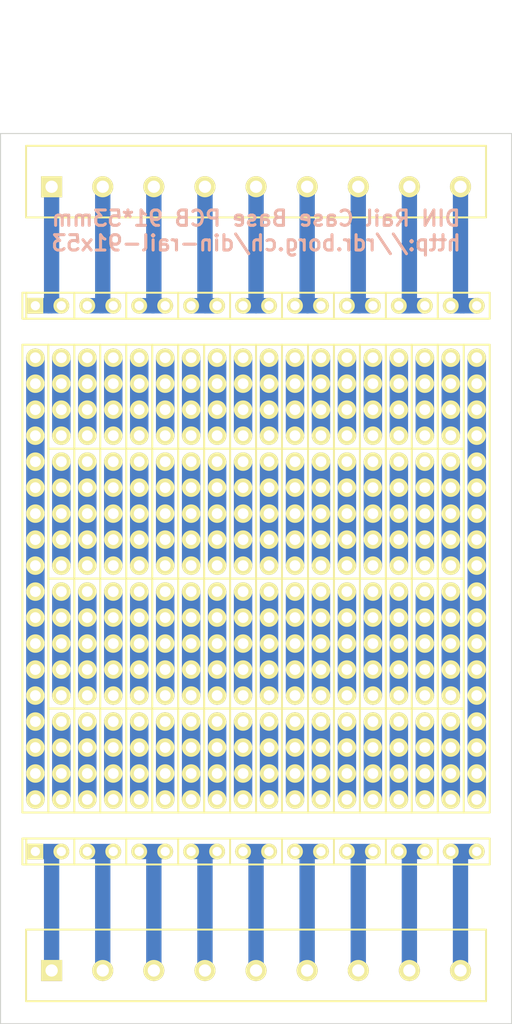
<source format=kicad_pcb>
(kicad_pcb (version 4) (host pcbnew 4.0.2+dfsg1-stable)

  (general
    (links 294)
    (no_connects 258)
    (area 98.78151 49.949999 151.02799 150.43179)
    (thickness 1.6)
    (drawings 34)
    (tracks 68)
    (zones 0)
    (modules 70)
    (nets 85)
  )

  (page A4)
  (layers
    (0 F.Cu signal)
    (31 B.Cu signal)
    (32 B.Adhes user)
    (33 F.Adhes user)
    (34 B.Paste user)
    (35 F.Paste user)
    (36 B.SilkS user)
    (37 F.SilkS user)
    (38 B.Mask user)
    (39 F.Mask user)
    (40 Dwgs.User user)
    (41 Cmts.User user)
    (42 Eco1.User user)
    (43 Eco2.User user)
    (44 Edge.Cuts user)
    (45 Margin user)
    (46 B.CrtYd user)
    (47 F.CrtYd user)
    (48 B.Fab user)
    (49 F.Fab user)
  )

  (setup
    (last_trace_width 1.5)
    (trace_clearance 0.2)
    (zone_clearance 0.508)
    (zone_45_only no)
    (trace_min 0.2)
    (segment_width 0.1)
    (edge_width 0.1)
    (via_size 0.6)
    (via_drill 0.4)
    (via_min_size 0.4)
    (via_min_drill 0.3)
    (uvia_size 0.3)
    (uvia_drill 0.1)
    (uvias_allowed no)
    (uvia_min_size 0.2)
    (uvia_min_drill 0.1)
    (pcb_text_width 0.3)
    (pcb_text_size 1.5 1.5)
    (mod_edge_width 0.15)
    (mod_text_size 1 1)
    (mod_text_width 0.15)
    (pad_size 1.5 1.5)
    (pad_drill 0.6)
    (pad_to_mask_clearance 0)
    (aux_axis_origin 0 0)
    (grid_origin 125 106.5)
    (visible_elements FFFFFF7F)
    (pcbplotparams
      (layerselection 0x00030_80000001)
      (usegerberextensions false)
      (excludeedgelayer true)
      (linewidth 0.100000)
      (plotframeref false)
      (viasonmask false)
      (mode 1)
      (useauxorigin false)
      (hpglpennumber 1)
      (hpglpenspeed 20)
      (hpglpendiameter 15)
      (hpglpenoverlay 2)
      (psnegative false)
      (psa4output false)
      (plotreference true)
      (plotvalue true)
      (plotinvisibletext false)
      (padsonsilk false)
      (subtractmaskfromsilk false)
      (outputformat 1)
      (mirror false)
      (drillshape 1)
      (scaleselection 1)
      (outputdirectory ""))
  )

  (net 0 "")
  (net 1 "Net-(P1-Pad1)")
  (net 2 "Net-(P1-Pad2)")
  (net 3 "Net-(P1-Pad3)")
  (net 4 "Net-(P1-Pad4)")
  (net 5 "Net-(P1-Pad5)")
  (net 6 "Net-(P1-Pad6)")
  (net 7 "Net-(P1-Pad7)")
  (net 8 "Net-(P1-Pad8)")
  (net 9 "Net-(P1-Pad9)")
  (net 10 "Net-(P2-Pad1)")
  (net 11 "Net-(P2-Pad2)")
  (net 12 "Net-(P2-Pad3)")
  (net 13 "Net-(P2-Pad4)")
  (net 14 "Net-(P2-Pad5)")
  (net 15 "Net-(P2-Pad6)")
  (net 16 "Net-(P2-Pad7)")
  (net 17 "Net-(P2-Pad8)")
  (net 18 "Net-(P2-Pad9)")
  (net 19 "Net-(P5-Pad1)")
  (net 20 "Net-(P6-Pad1)")
  (net 21 "Net-(P7-Pad1)")
  (net 22 "Net-(P8-Pad1)")
  (net 23 "Net-(P9-Pad1)")
  (net 24 "Net-(P10-Pad1)")
  (net 25 "Net-(P11-Pad1)")
  (net 26 "Net-(P12-Pad1)")
  (net 27 "Net-(P13-Pad1)")
  (net 28 "Net-(P14-Pad1)")
  (net 29 "Net-(P15-Pad1)")
  (net 30 "Net-(P16-Pad1)")
  (net 31 "Net-(P17-Pad1)")
  (net 32 "Net-(P18-Pad1)")
  (net 33 "Net-(P19-Pad1)")
  (net 34 "Net-(P20-Pad1)")
  (net 35 "Net-(P21-Pad1)")
  (net 36 "Net-(P22-Pad1)")
  (net 37 "Net-(P23-Pad1)")
  (net 38 "Net-(P24-Pad1)")
  (net 39 "Net-(P25-Pad1)")
  (net 40 "Net-(P26-Pad1)")
  (net 41 "Net-(P27-Pad1)")
  (net 42 "Net-(P28-Pad1)")
  (net 43 "Net-(P29-Pad1)")
  (net 44 "Net-(P30-Pad1)")
  (net 45 "Net-(P31-Pad1)")
  (net 46 "Net-(P32-Pad1)")
  (net 47 "Net-(P33-Pad1)")
  (net 48 "Net-(P34-Pad1)")
  (net 49 "Net-(P35-Pad1)")
  (net 50 "Net-(P36-Pad1)")
  (net 51 "Net-(P37-Pad1)")
  (net 52 "Net-(P38-Pad1)")
  (net 53 "Net-(P39-Pad1)")
  (net 54 "Net-(P40-Pad1)")
  (net 55 "Net-(P41-Pad1)")
  (net 56 "Net-(P42-Pad1)")
  (net 57 "Net-(P43-Pad1)")
  (net 58 "Net-(P44-Pad1)")
  (net 59 "Net-(P45-Pad1)")
  (net 60 "Net-(P46-Pad1)")
  (net 61 "Net-(P47-Pad1)")
  (net 62 "Net-(P48-Pad1)")
  (net 63 "Net-(P49-Pad1)")
  (net 64 "Net-(P50-Pad1)")
  (net 65 "Net-(P51-Pad1)")
  (net 66 "Net-(P52-Pad1)")
  (net 67 "Net-(P53-Pad1)")
  (net 68 "Net-(P54-Pad1)")
  (net 69 "Net-(P55-Pad1)")
  (net 70 "Net-(P56-Pad1)")
  (net 71 "Net-(P57-Pad1)")
  (net 72 "Net-(P58-Pad1)")
  (net 73 "Net-(P59-Pad1)")
  (net 74 "Net-(P60-Pad1)")
  (net 75 "Net-(P61-Pad1)")
  (net 76 "Net-(P62-Pad1)")
  (net 77 "Net-(P63-Pad1)")
  (net 78 "Net-(P64-Pad1)")
  (net 79 "Net-(P65-Pad1)")
  (net 80 "Net-(P66-Pad1)")
  (net 81 "Net-(P67-Pad1)")
  (net 82 "Net-(P68-Pad1)")
  (net 83 "Net-(P69-Pad1)")
  (net 84 "Net-(P70-Pad1)")

  (net_class Default "This is the default net class."
    (clearance 0.2)
    (trace_width 1.5)
    (via_dia 0.6)
    (via_drill 0.4)
    (uvia_dia 0.3)
    (uvia_drill 0.1)
    (add_net "Net-(P1-Pad1)")
    (add_net "Net-(P1-Pad2)")
    (add_net "Net-(P1-Pad3)")
    (add_net "Net-(P1-Pad4)")
    (add_net "Net-(P1-Pad5)")
    (add_net "Net-(P1-Pad6)")
    (add_net "Net-(P1-Pad7)")
    (add_net "Net-(P1-Pad8)")
    (add_net "Net-(P1-Pad9)")
    (add_net "Net-(P10-Pad1)")
    (add_net "Net-(P11-Pad1)")
    (add_net "Net-(P12-Pad1)")
    (add_net "Net-(P13-Pad1)")
    (add_net "Net-(P14-Pad1)")
    (add_net "Net-(P15-Pad1)")
    (add_net "Net-(P16-Pad1)")
    (add_net "Net-(P17-Pad1)")
    (add_net "Net-(P18-Pad1)")
    (add_net "Net-(P19-Pad1)")
    (add_net "Net-(P2-Pad1)")
    (add_net "Net-(P2-Pad2)")
    (add_net "Net-(P2-Pad3)")
    (add_net "Net-(P2-Pad4)")
    (add_net "Net-(P2-Pad5)")
    (add_net "Net-(P2-Pad6)")
    (add_net "Net-(P2-Pad7)")
    (add_net "Net-(P2-Pad8)")
    (add_net "Net-(P2-Pad9)")
    (add_net "Net-(P20-Pad1)")
    (add_net "Net-(P21-Pad1)")
    (add_net "Net-(P22-Pad1)")
    (add_net "Net-(P23-Pad1)")
    (add_net "Net-(P24-Pad1)")
    (add_net "Net-(P25-Pad1)")
    (add_net "Net-(P26-Pad1)")
    (add_net "Net-(P27-Pad1)")
    (add_net "Net-(P28-Pad1)")
    (add_net "Net-(P29-Pad1)")
    (add_net "Net-(P30-Pad1)")
    (add_net "Net-(P31-Pad1)")
    (add_net "Net-(P32-Pad1)")
    (add_net "Net-(P33-Pad1)")
    (add_net "Net-(P34-Pad1)")
    (add_net "Net-(P35-Pad1)")
    (add_net "Net-(P36-Pad1)")
    (add_net "Net-(P37-Pad1)")
    (add_net "Net-(P38-Pad1)")
    (add_net "Net-(P39-Pad1)")
    (add_net "Net-(P40-Pad1)")
    (add_net "Net-(P41-Pad1)")
    (add_net "Net-(P42-Pad1)")
    (add_net "Net-(P43-Pad1)")
    (add_net "Net-(P44-Pad1)")
    (add_net "Net-(P45-Pad1)")
    (add_net "Net-(P46-Pad1)")
    (add_net "Net-(P47-Pad1)")
    (add_net "Net-(P48-Pad1)")
    (add_net "Net-(P49-Pad1)")
    (add_net "Net-(P5-Pad1)")
    (add_net "Net-(P50-Pad1)")
    (add_net "Net-(P51-Pad1)")
    (add_net "Net-(P52-Pad1)")
    (add_net "Net-(P53-Pad1)")
    (add_net "Net-(P54-Pad1)")
    (add_net "Net-(P55-Pad1)")
    (add_net "Net-(P56-Pad1)")
    (add_net "Net-(P57-Pad1)")
    (add_net "Net-(P58-Pad1)")
    (add_net "Net-(P59-Pad1)")
    (add_net "Net-(P6-Pad1)")
    (add_net "Net-(P60-Pad1)")
    (add_net "Net-(P61-Pad1)")
    (add_net "Net-(P62-Pad1)")
    (add_net "Net-(P63-Pad1)")
    (add_net "Net-(P64-Pad1)")
    (add_net "Net-(P65-Pad1)")
    (add_net "Net-(P66-Pad1)")
    (add_net "Net-(P67-Pad1)")
    (add_net "Net-(P68-Pad1)")
    (add_net "Net-(P69-Pad1)")
    (add_net "Net-(P7-Pad1)")
    (add_net "Net-(P70-Pad1)")
    (add_net "Net-(P8-Pad1)")
    (add_net "Net-(P9-Pad1)")
  )

  (module p_gen_conn:P_1_ISLE_4PIN_D1.05MM (layer F.Cu) (tedit 200000) (tstamp 57F52226)
    (at 105.95 124.28 90)
    (descr "Module P_1_ISLE_4PIN_D1.05MM, isle for prototyping boards, 4 pin 1.05mm drill")
    (path /57F3B6D7)
    (fp_text reference P5 (at 0 3.07594 90) (layer F.SilkS) hide
      (effects (font (size 1.524 1.143) (thickness 0.1905)))
    )
    (fp_text value I5 (at 0 -3.07594 90) (layer F.SilkS) hide
      (effects (font (size 1.524 1.143) (thickness 0.1905)))
    )
    (fp_line (start 3.81 0) (end -3.81 0) (layer B.Cu) (width 1.80594))
    (fp_line (start 5.08 1.27) (end -5.08 1.27) (layer F.SilkS) (width 0.1905))
    (fp_line (start -5.08 1.27) (end -5.08 -1.27) (layer F.SilkS) (width 0.1905))
    (fp_line (start -5.08 -1.27) (end 5.08 -1.27) (layer F.SilkS) (width 0.1905))
    (fp_line (start 5.08 -1.27) (end 5.08 1.27) (layer F.SilkS) (width 0.1905))
    (pad 1 thru_hole circle (at -3.81 0 90) (size 1.80594 1.80594) (drill 1.04902) (layers *.Cu *.Mask F.SilkS)
      (net 19 "Net-(P5-Pad1)"))
    (pad 1 thru_hole circle (at -1.27 0 90) (size 1.80594 1.80594) (drill 1.04902) (layers *.Cu *.Mask F.SilkS)
      (net 19 "Net-(P5-Pad1)"))
    (pad 1 thru_hole circle (at 1.27 0 90) (size 1.80594 1.80594) (drill 1.04902) (layers *.Cu *.Mask F.SilkS)
      (net 19 "Net-(P5-Pad1)"))
    (pad 1 thru_hole circle (at 3.81 0 90) (size 1.80594 1.80594) (drill 1.04902) (layers *.Cu *.Mask F.SilkS)
      (net 19 "Net-(P5-Pad1)"))
  )

  (module p_gen_conn:P_1_ISLE_4PIN_D1.05MM (layer F.Cu) (tedit 200000) (tstamp 57F52232)
    (at 108.49 124.28 90)
    (descr "Module P_1_ISLE_4PIN_D1.05MM, isle for prototyping boards, 4 pin 1.05mm drill")
    (path /57F3B7DB)
    (fp_text reference P6 (at 0 3.07594 90) (layer F.SilkS) hide
      (effects (font (size 1.524 1.143) (thickness 0.1905)))
    )
    (fp_text value I5 (at 0 -3.07594 90) (layer F.SilkS) hide
      (effects (font (size 1.524 1.143) (thickness 0.1905)))
    )
    (fp_line (start 3.81 0) (end -3.81 0) (layer B.Cu) (width 1.80594))
    (fp_line (start 5.08 1.27) (end -5.08 1.27) (layer F.SilkS) (width 0.1905))
    (fp_line (start -5.08 1.27) (end -5.08 -1.27) (layer F.SilkS) (width 0.1905))
    (fp_line (start -5.08 -1.27) (end 5.08 -1.27) (layer F.SilkS) (width 0.1905))
    (fp_line (start 5.08 -1.27) (end 5.08 1.27) (layer F.SilkS) (width 0.1905))
    (pad 1 thru_hole circle (at -3.81 0 90) (size 1.80594 1.80594) (drill 1.04902) (layers *.Cu *.Mask F.SilkS)
      (net 20 "Net-(P6-Pad1)"))
    (pad 1 thru_hole circle (at -1.27 0 90) (size 1.80594 1.80594) (drill 1.04902) (layers *.Cu *.Mask F.SilkS)
      (net 20 "Net-(P6-Pad1)"))
    (pad 1 thru_hole circle (at 1.27 0 90) (size 1.80594 1.80594) (drill 1.04902) (layers *.Cu *.Mask F.SilkS)
      (net 20 "Net-(P6-Pad1)"))
    (pad 1 thru_hole circle (at 3.81 0 90) (size 1.80594 1.80594) (drill 1.04902) (layers *.Cu *.Mask F.SilkS)
      (net 20 "Net-(P6-Pad1)"))
  )

  (module p_gen_conn:P_1_ISLE_4PIN_D1.05MM (layer F.Cu) (tedit 200000) (tstamp 57F5223E)
    (at 108.49 88.72 90)
    (descr "Module P_1_ISLE_4PIN_D1.05MM, isle for prototyping boards, 4 pin 1.05mm drill")
    (path /57F3B7F4)
    (fp_text reference P7 (at 0 3.07594 90) (layer F.SilkS) hide
      (effects (font (size 1.524 1.143) (thickness 0.1905)))
    )
    (fp_text value I5 (at 0 -3.07594 90) (layer F.SilkS) hide
      (effects (font (size 1.524 1.143) (thickness 0.1905)))
    )
    (fp_line (start 3.81 0) (end -3.81 0) (layer B.Cu) (width 1.80594))
    (fp_line (start 5.08 1.27) (end -5.08 1.27) (layer F.SilkS) (width 0.1905))
    (fp_line (start -5.08 1.27) (end -5.08 -1.27) (layer F.SilkS) (width 0.1905))
    (fp_line (start -5.08 -1.27) (end 5.08 -1.27) (layer F.SilkS) (width 0.1905))
    (fp_line (start 5.08 -1.27) (end 5.08 1.27) (layer F.SilkS) (width 0.1905))
    (pad 1 thru_hole circle (at -3.81 0 90) (size 1.80594 1.80594) (drill 1.04902) (layers *.Cu *.Mask F.SilkS)
      (net 21 "Net-(P7-Pad1)"))
    (pad 1 thru_hole circle (at -1.27 0 90) (size 1.80594 1.80594) (drill 1.04902) (layers *.Cu *.Mask F.SilkS)
      (net 21 "Net-(P7-Pad1)"))
    (pad 1 thru_hole circle (at 1.27 0 90) (size 1.80594 1.80594) (drill 1.04902) (layers *.Cu *.Mask F.SilkS)
      (net 21 "Net-(P7-Pad1)"))
    (pad 1 thru_hole circle (at 3.81 0 90) (size 1.80594 1.80594) (drill 1.04902) (layers *.Cu *.Mask F.SilkS)
      (net 21 "Net-(P7-Pad1)"))
  )

  (module p_gen_conn:P_1_ISLE_4PIN_D1.05MM (layer F.Cu) (tedit 200000) (tstamp 57F5224A)
    (at 105.95 88.72 90)
    (descr "Module P_1_ISLE_4PIN_D1.05MM, isle for prototyping boards, 4 pin 1.05mm drill")
    (path /57F3B7FB)
    (fp_text reference P8 (at 0 3.07594 90) (layer F.SilkS) hide
      (effects (font (size 1.524 1.143) (thickness 0.1905)))
    )
    (fp_text value I5 (at 0 -3.07594 90) (layer F.SilkS) hide
      (effects (font (size 1.524 1.143) (thickness 0.1905)))
    )
    (fp_line (start 3.81 0) (end -3.81 0) (layer B.Cu) (width 1.80594))
    (fp_line (start 5.08 1.27) (end -5.08 1.27) (layer F.SilkS) (width 0.1905))
    (fp_line (start -5.08 1.27) (end -5.08 -1.27) (layer F.SilkS) (width 0.1905))
    (fp_line (start -5.08 -1.27) (end 5.08 -1.27) (layer F.SilkS) (width 0.1905))
    (fp_line (start 5.08 -1.27) (end 5.08 1.27) (layer F.SilkS) (width 0.1905))
    (pad 1 thru_hole circle (at -3.81 0 90) (size 1.80594 1.80594) (drill 1.04902) (layers *.Cu *.Mask F.SilkS)
      (net 22 "Net-(P8-Pad1)"))
    (pad 1 thru_hole circle (at -1.27 0 90) (size 1.80594 1.80594) (drill 1.04902) (layers *.Cu *.Mask F.SilkS)
      (net 22 "Net-(P8-Pad1)"))
    (pad 1 thru_hole circle (at 1.27 0 90) (size 1.80594 1.80594) (drill 1.04902) (layers *.Cu *.Mask F.SilkS)
      (net 22 "Net-(P8-Pad1)"))
    (pad 1 thru_hole circle (at 3.81 0 90) (size 1.80594 1.80594) (drill 1.04902) (layers *.Cu *.Mask F.SilkS)
      (net 22 "Net-(P8-Pad1)"))
  )

  (module p_gen_conn:P_1_ISLE_4PIN_D1.05MM (layer F.Cu) (tedit 200000) (tstamp 57F52256)
    (at 111.03 124.28 90)
    (descr "Module P_1_ISLE_4PIN_D1.05MM, isle for prototyping boards, 4 pin 1.05mm drill")
    (path /57F3B8FE)
    (fp_text reference P9 (at 0 3.07594 90) (layer F.SilkS) hide
      (effects (font (size 1.524 1.143) (thickness 0.1905)))
    )
    (fp_text value I5 (at 0 -3.07594 90) (layer F.SilkS) hide
      (effects (font (size 1.524 1.143) (thickness 0.1905)))
    )
    (fp_line (start 3.81 0) (end -3.81 0) (layer B.Cu) (width 1.80594))
    (fp_line (start 5.08 1.27) (end -5.08 1.27) (layer F.SilkS) (width 0.1905))
    (fp_line (start -5.08 1.27) (end -5.08 -1.27) (layer F.SilkS) (width 0.1905))
    (fp_line (start -5.08 -1.27) (end 5.08 -1.27) (layer F.SilkS) (width 0.1905))
    (fp_line (start 5.08 -1.27) (end 5.08 1.27) (layer F.SilkS) (width 0.1905))
    (pad 1 thru_hole circle (at -3.81 0 90) (size 1.80594 1.80594) (drill 1.04902) (layers *.Cu *.Mask F.SilkS)
      (net 23 "Net-(P9-Pad1)"))
    (pad 1 thru_hole circle (at -1.27 0 90) (size 1.80594 1.80594) (drill 1.04902) (layers *.Cu *.Mask F.SilkS)
      (net 23 "Net-(P9-Pad1)"))
    (pad 1 thru_hole circle (at 1.27 0 90) (size 1.80594 1.80594) (drill 1.04902) (layers *.Cu *.Mask F.SilkS)
      (net 23 "Net-(P9-Pad1)"))
    (pad 1 thru_hole circle (at 3.81 0 90) (size 1.80594 1.80594) (drill 1.04902) (layers *.Cu *.Mask F.SilkS)
      (net 23 "Net-(P9-Pad1)"))
  )

  (module p_gen_conn:P_1_ISLE_4PIN_D1.05MM (layer F.Cu) (tedit 200000) (tstamp 57F52262)
    (at 113.57 124.28 90)
    (descr "Module P_1_ISLE_4PIN_D1.05MM, isle for prototyping boards, 4 pin 1.05mm drill")
    (path /57F3B905)
    (fp_text reference P10 (at 0 3.07594 90) (layer F.SilkS) hide
      (effects (font (size 1.524 1.143) (thickness 0.1905)))
    )
    (fp_text value I5 (at 0 -3.07594 90) (layer F.SilkS) hide
      (effects (font (size 1.524 1.143) (thickness 0.1905)))
    )
    (fp_line (start 3.81 0) (end -3.81 0) (layer B.Cu) (width 1.80594))
    (fp_line (start 5.08 1.27) (end -5.08 1.27) (layer F.SilkS) (width 0.1905))
    (fp_line (start -5.08 1.27) (end -5.08 -1.27) (layer F.SilkS) (width 0.1905))
    (fp_line (start -5.08 -1.27) (end 5.08 -1.27) (layer F.SilkS) (width 0.1905))
    (fp_line (start 5.08 -1.27) (end 5.08 1.27) (layer F.SilkS) (width 0.1905))
    (pad 1 thru_hole circle (at -3.81 0 90) (size 1.80594 1.80594) (drill 1.04902) (layers *.Cu *.Mask F.SilkS)
      (net 24 "Net-(P10-Pad1)"))
    (pad 1 thru_hole circle (at -1.27 0 90) (size 1.80594 1.80594) (drill 1.04902) (layers *.Cu *.Mask F.SilkS)
      (net 24 "Net-(P10-Pad1)"))
    (pad 1 thru_hole circle (at 1.27 0 90) (size 1.80594 1.80594) (drill 1.04902) (layers *.Cu *.Mask F.SilkS)
      (net 24 "Net-(P10-Pad1)"))
    (pad 1 thru_hole circle (at 3.81 0 90) (size 1.80594 1.80594) (drill 1.04902) (layers *.Cu *.Mask F.SilkS)
      (net 24 "Net-(P10-Pad1)"))
  )

  (module p_gen_conn:P_1_ISLE_4PIN_D1.05MM (layer F.Cu) (tedit 200000) (tstamp 57F5226E)
    (at 113.57 88.72 90)
    (descr "Module P_1_ISLE_4PIN_D1.05MM, isle for prototyping boards, 4 pin 1.05mm drill")
    (path /57F3B90C)
    (fp_text reference P11 (at 0 3.07594 90) (layer F.SilkS) hide
      (effects (font (size 1.524 1.143) (thickness 0.1905)))
    )
    (fp_text value I5 (at 0 -3.07594 90) (layer F.SilkS) hide
      (effects (font (size 1.524 1.143) (thickness 0.1905)))
    )
    (fp_line (start 3.81 0) (end -3.81 0) (layer B.Cu) (width 1.80594))
    (fp_line (start 5.08 1.27) (end -5.08 1.27) (layer F.SilkS) (width 0.1905))
    (fp_line (start -5.08 1.27) (end -5.08 -1.27) (layer F.SilkS) (width 0.1905))
    (fp_line (start -5.08 -1.27) (end 5.08 -1.27) (layer F.SilkS) (width 0.1905))
    (fp_line (start 5.08 -1.27) (end 5.08 1.27) (layer F.SilkS) (width 0.1905))
    (pad 1 thru_hole circle (at -3.81 0 90) (size 1.80594 1.80594) (drill 1.04902) (layers *.Cu *.Mask F.SilkS)
      (net 25 "Net-(P11-Pad1)"))
    (pad 1 thru_hole circle (at -1.27 0 90) (size 1.80594 1.80594) (drill 1.04902) (layers *.Cu *.Mask F.SilkS)
      (net 25 "Net-(P11-Pad1)"))
    (pad 1 thru_hole circle (at 1.27 0 90) (size 1.80594 1.80594) (drill 1.04902) (layers *.Cu *.Mask F.SilkS)
      (net 25 "Net-(P11-Pad1)"))
    (pad 1 thru_hole circle (at 3.81 0 90) (size 1.80594 1.80594) (drill 1.04902) (layers *.Cu *.Mask F.SilkS)
      (net 25 "Net-(P11-Pad1)"))
  )

  (module p_gen_conn:P_1_ISLE_4PIN_D1.05MM (layer F.Cu) (tedit 200000) (tstamp 57F5227A)
    (at 111.03 88.72 90)
    (descr "Module P_1_ISLE_4PIN_D1.05MM, isle for prototyping boards, 4 pin 1.05mm drill")
    (path /57F3B913)
    (fp_text reference P12 (at 0 3.07594 90) (layer F.SilkS) hide
      (effects (font (size 1.524 1.143) (thickness 0.1905)))
    )
    (fp_text value I5 (at 0 -3.07594 90) (layer F.SilkS) hide
      (effects (font (size 1.524 1.143) (thickness 0.1905)))
    )
    (fp_line (start 3.81 0) (end -3.81 0) (layer B.Cu) (width 1.80594))
    (fp_line (start 5.08 1.27) (end -5.08 1.27) (layer F.SilkS) (width 0.1905))
    (fp_line (start -5.08 1.27) (end -5.08 -1.27) (layer F.SilkS) (width 0.1905))
    (fp_line (start -5.08 -1.27) (end 5.08 -1.27) (layer F.SilkS) (width 0.1905))
    (fp_line (start 5.08 -1.27) (end 5.08 1.27) (layer F.SilkS) (width 0.1905))
    (pad 1 thru_hole circle (at -3.81 0 90) (size 1.80594 1.80594) (drill 1.04902) (layers *.Cu *.Mask F.SilkS)
      (net 26 "Net-(P12-Pad1)"))
    (pad 1 thru_hole circle (at -1.27 0 90) (size 1.80594 1.80594) (drill 1.04902) (layers *.Cu *.Mask F.SilkS)
      (net 26 "Net-(P12-Pad1)"))
    (pad 1 thru_hole circle (at 1.27 0 90) (size 1.80594 1.80594) (drill 1.04902) (layers *.Cu *.Mask F.SilkS)
      (net 26 "Net-(P12-Pad1)"))
    (pad 1 thru_hole circle (at 3.81 0 90) (size 1.80594 1.80594) (drill 1.04902) (layers *.Cu *.Mask F.SilkS)
      (net 26 "Net-(P12-Pad1)"))
  )

  (module p_gen_conn:P_1_ISLE_4PIN_D1.05MM (layer F.Cu) (tedit 200000) (tstamp 57F52286)
    (at 116.11 124.28 90)
    (descr "Module P_1_ISLE_4PIN_D1.05MM, isle for prototyping boards, 4 pin 1.05mm drill")
    (path /57F3B9DE)
    (fp_text reference P13 (at 0 3.07594 90) (layer F.SilkS) hide
      (effects (font (size 1.524 1.143) (thickness 0.1905)))
    )
    (fp_text value I5 (at 0 -3.07594 90) (layer F.SilkS) hide
      (effects (font (size 1.524 1.143) (thickness 0.1905)))
    )
    (fp_line (start 3.81 0) (end -3.81 0) (layer B.Cu) (width 1.80594))
    (fp_line (start 5.08 1.27) (end -5.08 1.27) (layer F.SilkS) (width 0.1905))
    (fp_line (start -5.08 1.27) (end -5.08 -1.27) (layer F.SilkS) (width 0.1905))
    (fp_line (start -5.08 -1.27) (end 5.08 -1.27) (layer F.SilkS) (width 0.1905))
    (fp_line (start 5.08 -1.27) (end 5.08 1.27) (layer F.SilkS) (width 0.1905))
    (pad 1 thru_hole circle (at -3.81 0 90) (size 1.80594 1.80594) (drill 1.04902) (layers *.Cu *.Mask F.SilkS)
      (net 27 "Net-(P13-Pad1)"))
    (pad 1 thru_hole circle (at -1.27 0 90) (size 1.80594 1.80594) (drill 1.04902) (layers *.Cu *.Mask F.SilkS)
      (net 27 "Net-(P13-Pad1)"))
    (pad 1 thru_hole circle (at 1.27 0 90) (size 1.80594 1.80594) (drill 1.04902) (layers *.Cu *.Mask F.SilkS)
      (net 27 "Net-(P13-Pad1)"))
    (pad 1 thru_hole circle (at 3.81 0 90) (size 1.80594 1.80594) (drill 1.04902) (layers *.Cu *.Mask F.SilkS)
      (net 27 "Net-(P13-Pad1)"))
  )

  (module p_gen_conn:P_1_ISLE_4PIN_D1.05MM (layer F.Cu) (tedit 200000) (tstamp 57F52292)
    (at 116.11 88.72 90)
    (descr "Module P_1_ISLE_4PIN_D1.05MM, isle for prototyping boards, 4 pin 1.05mm drill")
    (path /57F3B9E5)
    (fp_text reference P14 (at 0 3.07594 90) (layer F.SilkS) hide
      (effects (font (size 1.524 1.143) (thickness 0.1905)))
    )
    (fp_text value I5 (at 0 -3.07594 90) (layer F.SilkS) hide
      (effects (font (size 1.524 1.143) (thickness 0.1905)))
    )
    (fp_line (start 3.81 0) (end -3.81 0) (layer B.Cu) (width 1.80594))
    (fp_line (start 5.08 1.27) (end -5.08 1.27) (layer F.SilkS) (width 0.1905))
    (fp_line (start -5.08 1.27) (end -5.08 -1.27) (layer F.SilkS) (width 0.1905))
    (fp_line (start -5.08 -1.27) (end 5.08 -1.27) (layer F.SilkS) (width 0.1905))
    (fp_line (start 5.08 -1.27) (end 5.08 1.27) (layer F.SilkS) (width 0.1905))
    (pad 1 thru_hole circle (at -3.81 0 90) (size 1.80594 1.80594) (drill 1.04902) (layers *.Cu *.Mask F.SilkS)
      (net 28 "Net-(P14-Pad1)"))
    (pad 1 thru_hole circle (at -1.27 0 90) (size 1.80594 1.80594) (drill 1.04902) (layers *.Cu *.Mask F.SilkS)
      (net 28 "Net-(P14-Pad1)"))
    (pad 1 thru_hole circle (at 1.27 0 90) (size 1.80594 1.80594) (drill 1.04902) (layers *.Cu *.Mask F.SilkS)
      (net 28 "Net-(P14-Pad1)"))
    (pad 1 thru_hole circle (at 3.81 0 90) (size 1.80594 1.80594) (drill 1.04902) (layers *.Cu *.Mask F.SilkS)
      (net 28 "Net-(P14-Pad1)"))
  )

  (module p_gen_conn:P_1_ISLE_4PIN_D1.05MM (layer F.Cu) (tedit 200000) (tstamp 57F5229E)
    (at 118.65 124.28 90)
    (descr "Module P_1_ISLE_4PIN_D1.05MM, isle for prototyping boards, 4 pin 1.05mm drill")
    (path /57F3B9EC)
    (fp_text reference P15 (at 0 3.07594 90) (layer F.SilkS) hide
      (effects (font (size 1.524 1.143) (thickness 0.1905)))
    )
    (fp_text value I5 (at 0 -3.07594 90) (layer F.SilkS) hide
      (effects (font (size 1.524 1.143) (thickness 0.1905)))
    )
    (fp_line (start 3.81 0) (end -3.81 0) (layer B.Cu) (width 1.80594))
    (fp_line (start 5.08 1.27) (end -5.08 1.27) (layer F.SilkS) (width 0.1905))
    (fp_line (start -5.08 1.27) (end -5.08 -1.27) (layer F.SilkS) (width 0.1905))
    (fp_line (start -5.08 -1.27) (end 5.08 -1.27) (layer F.SilkS) (width 0.1905))
    (fp_line (start 5.08 -1.27) (end 5.08 1.27) (layer F.SilkS) (width 0.1905))
    (pad 1 thru_hole circle (at -3.81 0 90) (size 1.80594 1.80594) (drill 1.04902) (layers *.Cu *.Mask F.SilkS)
      (net 29 "Net-(P15-Pad1)"))
    (pad 1 thru_hole circle (at -1.27 0 90) (size 1.80594 1.80594) (drill 1.04902) (layers *.Cu *.Mask F.SilkS)
      (net 29 "Net-(P15-Pad1)"))
    (pad 1 thru_hole circle (at 1.27 0 90) (size 1.80594 1.80594) (drill 1.04902) (layers *.Cu *.Mask F.SilkS)
      (net 29 "Net-(P15-Pad1)"))
    (pad 1 thru_hole circle (at 3.81 0 90) (size 1.80594 1.80594) (drill 1.04902) (layers *.Cu *.Mask F.SilkS)
      (net 29 "Net-(P15-Pad1)"))
  )

  (module p_gen_conn:P_1_ISLE_4PIN_D1.05MM (layer F.Cu) (tedit 200000) (tstamp 57F522AA)
    (at 118.65 88.72 90)
    (descr "Module P_1_ISLE_4PIN_D1.05MM, isle for prototyping boards, 4 pin 1.05mm drill")
    (path /57F3B9F3)
    (fp_text reference P16 (at 0 3.07594 90) (layer F.SilkS) hide
      (effects (font (size 1.524 1.143) (thickness 0.1905)))
    )
    (fp_text value I5 (at 0 -3.07594 90) (layer F.SilkS) hide
      (effects (font (size 1.524 1.143) (thickness 0.1905)))
    )
    (fp_line (start 3.81 0) (end -3.81 0) (layer B.Cu) (width 1.80594))
    (fp_line (start 5.08 1.27) (end -5.08 1.27) (layer F.SilkS) (width 0.1905))
    (fp_line (start -5.08 1.27) (end -5.08 -1.27) (layer F.SilkS) (width 0.1905))
    (fp_line (start -5.08 -1.27) (end 5.08 -1.27) (layer F.SilkS) (width 0.1905))
    (fp_line (start 5.08 -1.27) (end 5.08 1.27) (layer F.SilkS) (width 0.1905))
    (pad 1 thru_hole circle (at -3.81 0 90) (size 1.80594 1.80594) (drill 1.04902) (layers *.Cu *.Mask F.SilkS)
      (net 30 "Net-(P16-Pad1)"))
    (pad 1 thru_hole circle (at -1.27 0 90) (size 1.80594 1.80594) (drill 1.04902) (layers *.Cu *.Mask F.SilkS)
      (net 30 "Net-(P16-Pad1)"))
    (pad 1 thru_hole circle (at 1.27 0 90) (size 1.80594 1.80594) (drill 1.04902) (layers *.Cu *.Mask F.SilkS)
      (net 30 "Net-(P16-Pad1)"))
    (pad 1 thru_hole circle (at 3.81 0 90) (size 1.80594 1.80594) (drill 1.04902) (layers *.Cu *.Mask F.SilkS)
      (net 30 "Net-(P16-Pad1)"))
  )

  (module p_gen_conn:P_1_ISLE_4PIN_D1.05MM (layer F.Cu) (tedit 200000) (tstamp 57F522B6)
    (at 121.19 124.28 90)
    (descr "Module P_1_ISLE_4PIN_D1.05MM, isle for prototyping boards, 4 pin 1.05mm drill")
    (path /57F3B9FA)
    (fp_text reference P17 (at 0 3.07594 90) (layer F.SilkS) hide
      (effects (font (size 1.524 1.143) (thickness 0.1905)))
    )
    (fp_text value I5 (at 0 -3.07594 90) (layer F.SilkS) hide
      (effects (font (size 1.524 1.143) (thickness 0.1905)))
    )
    (fp_line (start 3.81 0) (end -3.81 0) (layer B.Cu) (width 1.80594))
    (fp_line (start 5.08 1.27) (end -5.08 1.27) (layer F.SilkS) (width 0.1905))
    (fp_line (start -5.08 1.27) (end -5.08 -1.27) (layer F.SilkS) (width 0.1905))
    (fp_line (start -5.08 -1.27) (end 5.08 -1.27) (layer F.SilkS) (width 0.1905))
    (fp_line (start 5.08 -1.27) (end 5.08 1.27) (layer F.SilkS) (width 0.1905))
    (pad 1 thru_hole circle (at -3.81 0 90) (size 1.80594 1.80594) (drill 1.04902) (layers *.Cu *.Mask F.SilkS)
      (net 31 "Net-(P17-Pad1)"))
    (pad 1 thru_hole circle (at -1.27 0 90) (size 1.80594 1.80594) (drill 1.04902) (layers *.Cu *.Mask F.SilkS)
      (net 31 "Net-(P17-Pad1)"))
    (pad 1 thru_hole circle (at 1.27 0 90) (size 1.80594 1.80594) (drill 1.04902) (layers *.Cu *.Mask F.SilkS)
      (net 31 "Net-(P17-Pad1)"))
    (pad 1 thru_hole circle (at 3.81 0 90) (size 1.80594 1.80594) (drill 1.04902) (layers *.Cu *.Mask F.SilkS)
      (net 31 "Net-(P17-Pad1)"))
  )

  (module p_gen_conn:P_1_ISLE_4PIN_D1.05MM (layer F.Cu) (tedit 200000) (tstamp 57F522C2)
    (at 121.19 88.72 90)
    (descr "Module P_1_ISLE_4PIN_D1.05MM, isle for prototyping boards, 4 pin 1.05mm drill")
    (path /57F3BA01)
    (fp_text reference P18 (at 0 3.07594 90) (layer F.SilkS) hide
      (effects (font (size 1.524 1.143) (thickness 0.1905)))
    )
    (fp_text value I5 (at 0 -3.07594 90) (layer F.SilkS) hide
      (effects (font (size 1.524 1.143) (thickness 0.1905)))
    )
    (fp_line (start 3.81 0) (end -3.81 0) (layer B.Cu) (width 1.80594))
    (fp_line (start 5.08 1.27) (end -5.08 1.27) (layer F.SilkS) (width 0.1905))
    (fp_line (start -5.08 1.27) (end -5.08 -1.27) (layer F.SilkS) (width 0.1905))
    (fp_line (start -5.08 -1.27) (end 5.08 -1.27) (layer F.SilkS) (width 0.1905))
    (fp_line (start 5.08 -1.27) (end 5.08 1.27) (layer F.SilkS) (width 0.1905))
    (pad 1 thru_hole circle (at -3.81 0 90) (size 1.80594 1.80594) (drill 1.04902) (layers *.Cu *.Mask F.SilkS)
      (net 32 "Net-(P18-Pad1)"))
    (pad 1 thru_hole circle (at -1.27 0 90) (size 1.80594 1.80594) (drill 1.04902) (layers *.Cu *.Mask F.SilkS)
      (net 32 "Net-(P18-Pad1)"))
    (pad 1 thru_hole circle (at 1.27 0 90) (size 1.80594 1.80594) (drill 1.04902) (layers *.Cu *.Mask F.SilkS)
      (net 32 "Net-(P18-Pad1)"))
    (pad 1 thru_hole circle (at 3.81 0 90) (size 1.80594 1.80594) (drill 1.04902) (layers *.Cu *.Mask F.SilkS)
      (net 32 "Net-(P18-Pad1)"))
  )

  (module p_gen_conn:P_1_ISLE_4PIN_D1.05MM (layer F.Cu) (tedit 200000) (tstamp 57F522CE)
    (at 123.73 124.28 90)
    (descr "Module P_1_ISLE_4PIN_D1.05MM, isle for prototyping boards, 4 pin 1.05mm drill")
    (path /57F3BA08)
    (fp_text reference P19 (at 0 3.07594 90) (layer F.SilkS) hide
      (effects (font (size 1.524 1.143) (thickness 0.1905)))
    )
    (fp_text value I5 (at 0 -3.07594 90) (layer F.SilkS) hide
      (effects (font (size 1.524 1.143) (thickness 0.1905)))
    )
    (fp_line (start 3.81 0) (end -3.81 0) (layer B.Cu) (width 1.80594))
    (fp_line (start 5.08 1.27) (end -5.08 1.27) (layer F.SilkS) (width 0.1905))
    (fp_line (start -5.08 1.27) (end -5.08 -1.27) (layer F.SilkS) (width 0.1905))
    (fp_line (start -5.08 -1.27) (end 5.08 -1.27) (layer F.SilkS) (width 0.1905))
    (fp_line (start 5.08 -1.27) (end 5.08 1.27) (layer F.SilkS) (width 0.1905))
    (pad 1 thru_hole circle (at -3.81 0 90) (size 1.80594 1.80594) (drill 1.04902) (layers *.Cu *.Mask F.SilkS)
      (net 33 "Net-(P19-Pad1)"))
    (pad 1 thru_hole circle (at -1.27 0 90) (size 1.80594 1.80594) (drill 1.04902) (layers *.Cu *.Mask F.SilkS)
      (net 33 "Net-(P19-Pad1)"))
    (pad 1 thru_hole circle (at 1.27 0 90) (size 1.80594 1.80594) (drill 1.04902) (layers *.Cu *.Mask F.SilkS)
      (net 33 "Net-(P19-Pad1)"))
    (pad 1 thru_hole circle (at 3.81 0 90) (size 1.80594 1.80594) (drill 1.04902) (layers *.Cu *.Mask F.SilkS)
      (net 33 "Net-(P19-Pad1)"))
  )

  (module p_gen_conn:P_1_ISLE_4PIN_D1.05MM (layer F.Cu) (tedit 200000) (tstamp 57F522DA)
    (at 123.73 88.72 90)
    (descr "Module P_1_ISLE_4PIN_D1.05MM, isle for prototyping boards, 4 pin 1.05mm drill")
    (path /57F3BA0F)
    (fp_text reference P20 (at 0 3.07594 90) (layer F.SilkS) hide
      (effects (font (size 1.524 1.143) (thickness 0.1905)))
    )
    (fp_text value I5 (at 0 -3.07594 90) (layer F.SilkS) hide
      (effects (font (size 1.524 1.143) (thickness 0.1905)))
    )
    (fp_line (start 3.81 0) (end -3.81 0) (layer B.Cu) (width 1.80594))
    (fp_line (start 5.08 1.27) (end -5.08 1.27) (layer F.SilkS) (width 0.1905))
    (fp_line (start -5.08 1.27) (end -5.08 -1.27) (layer F.SilkS) (width 0.1905))
    (fp_line (start -5.08 -1.27) (end 5.08 -1.27) (layer F.SilkS) (width 0.1905))
    (fp_line (start 5.08 -1.27) (end 5.08 1.27) (layer F.SilkS) (width 0.1905))
    (pad 1 thru_hole circle (at -3.81 0 90) (size 1.80594 1.80594) (drill 1.04902) (layers *.Cu *.Mask F.SilkS)
      (net 34 "Net-(P20-Pad1)"))
    (pad 1 thru_hole circle (at -1.27 0 90) (size 1.80594 1.80594) (drill 1.04902) (layers *.Cu *.Mask F.SilkS)
      (net 34 "Net-(P20-Pad1)"))
    (pad 1 thru_hole circle (at 1.27 0 90) (size 1.80594 1.80594) (drill 1.04902) (layers *.Cu *.Mask F.SilkS)
      (net 34 "Net-(P20-Pad1)"))
    (pad 1 thru_hole circle (at 3.81 0 90) (size 1.80594 1.80594) (drill 1.04902) (layers *.Cu *.Mask F.SilkS)
      (net 34 "Net-(P20-Pad1)"))
  )

  (module p_gen_conn:P_1_ISLE_4PIN_D1.05MM (layer F.Cu) (tedit 200000) (tstamp 57F522E6)
    (at 126.27 124.28 90)
    (descr "Module P_1_ISLE_4PIN_D1.05MM, isle for prototyping boards, 4 pin 1.05mm drill")
    (path /57F3BC5E)
    (fp_text reference P21 (at 0 3.07594 90) (layer F.SilkS) hide
      (effects (font (size 1.524 1.143) (thickness 0.1905)))
    )
    (fp_text value I5 (at 0 -3.07594 90) (layer F.SilkS) hide
      (effects (font (size 1.524 1.143) (thickness 0.1905)))
    )
    (fp_line (start 3.81 0) (end -3.81 0) (layer B.Cu) (width 1.80594))
    (fp_line (start 5.08 1.27) (end -5.08 1.27) (layer F.SilkS) (width 0.1905))
    (fp_line (start -5.08 1.27) (end -5.08 -1.27) (layer F.SilkS) (width 0.1905))
    (fp_line (start -5.08 -1.27) (end 5.08 -1.27) (layer F.SilkS) (width 0.1905))
    (fp_line (start 5.08 -1.27) (end 5.08 1.27) (layer F.SilkS) (width 0.1905))
    (pad 1 thru_hole circle (at -3.81 0 90) (size 1.80594 1.80594) (drill 1.04902) (layers *.Cu *.Mask F.SilkS)
      (net 35 "Net-(P21-Pad1)"))
    (pad 1 thru_hole circle (at -1.27 0 90) (size 1.80594 1.80594) (drill 1.04902) (layers *.Cu *.Mask F.SilkS)
      (net 35 "Net-(P21-Pad1)"))
    (pad 1 thru_hole circle (at 1.27 0 90) (size 1.80594 1.80594) (drill 1.04902) (layers *.Cu *.Mask F.SilkS)
      (net 35 "Net-(P21-Pad1)"))
    (pad 1 thru_hole circle (at 3.81 0 90) (size 1.80594 1.80594) (drill 1.04902) (layers *.Cu *.Mask F.SilkS)
      (net 35 "Net-(P21-Pad1)"))
  )

  (module p_gen_conn:P_1_ISLE_4PIN_D1.05MM (layer F.Cu) (tedit 200000) (tstamp 57F522F2)
    (at 126.27 88.72 90)
    (descr "Module P_1_ISLE_4PIN_D1.05MM, isle for prototyping boards, 4 pin 1.05mm drill")
    (path /57F3BC65)
    (fp_text reference P22 (at 0 3.07594 90) (layer F.SilkS) hide
      (effects (font (size 1.524 1.143) (thickness 0.1905)))
    )
    (fp_text value I5 (at 0 -3.07594 90) (layer F.SilkS) hide
      (effects (font (size 1.524 1.143) (thickness 0.1905)))
    )
    (fp_line (start 3.81 0) (end -3.81 0) (layer B.Cu) (width 1.80594))
    (fp_line (start 5.08 1.27) (end -5.08 1.27) (layer F.SilkS) (width 0.1905))
    (fp_line (start -5.08 1.27) (end -5.08 -1.27) (layer F.SilkS) (width 0.1905))
    (fp_line (start -5.08 -1.27) (end 5.08 -1.27) (layer F.SilkS) (width 0.1905))
    (fp_line (start 5.08 -1.27) (end 5.08 1.27) (layer F.SilkS) (width 0.1905))
    (pad 1 thru_hole circle (at -3.81 0 90) (size 1.80594 1.80594) (drill 1.04902) (layers *.Cu *.Mask F.SilkS)
      (net 36 "Net-(P22-Pad1)"))
    (pad 1 thru_hole circle (at -1.27 0 90) (size 1.80594 1.80594) (drill 1.04902) (layers *.Cu *.Mask F.SilkS)
      (net 36 "Net-(P22-Pad1)"))
    (pad 1 thru_hole circle (at 1.27 0 90) (size 1.80594 1.80594) (drill 1.04902) (layers *.Cu *.Mask F.SilkS)
      (net 36 "Net-(P22-Pad1)"))
    (pad 1 thru_hole circle (at 3.81 0 90) (size 1.80594 1.80594) (drill 1.04902) (layers *.Cu *.Mask F.SilkS)
      (net 36 "Net-(P22-Pad1)"))
  )

  (module p_gen_conn:P_1_ISLE_4PIN_D1.05MM (layer F.Cu) (tedit 200000) (tstamp 57F522FE)
    (at 128.81 124.28 90)
    (descr "Module P_1_ISLE_4PIN_D1.05MM, isle for prototyping boards, 4 pin 1.05mm drill")
    (path /57F3BC6C)
    (fp_text reference P23 (at 0 3.07594 90) (layer F.SilkS) hide
      (effects (font (size 1.524 1.143) (thickness 0.1905)))
    )
    (fp_text value I5 (at 0 -3.07594 90) (layer F.SilkS) hide
      (effects (font (size 1.524 1.143) (thickness 0.1905)))
    )
    (fp_line (start 3.81 0) (end -3.81 0) (layer B.Cu) (width 1.80594))
    (fp_line (start 5.08 1.27) (end -5.08 1.27) (layer F.SilkS) (width 0.1905))
    (fp_line (start -5.08 1.27) (end -5.08 -1.27) (layer F.SilkS) (width 0.1905))
    (fp_line (start -5.08 -1.27) (end 5.08 -1.27) (layer F.SilkS) (width 0.1905))
    (fp_line (start 5.08 -1.27) (end 5.08 1.27) (layer F.SilkS) (width 0.1905))
    (pad 1 thru_hole circle (at -3.81 0 90) (size 1.80594 1.80594) (drill 1.04902) (layers *.Cu *.Mask F.SilkS)
      (net 37 "Net-(P23-Pad1)"))
    (pad 1 thru_hole circle (at -1.27 0 90) (size 1.80594 1.80594) (drill 1.04902) (layers *.Cu *.Mask F.SilkS)
      (net 37 "Net-(P23-Pad1)"))
    (pad 1 thru_hole circle (at 1.27 0 90) (size 1.80594 1.80594) (drill 1.04902) (layers *.Cu *.Mask F.SilkS)
      (net 37 "Net-(P23-Pad1)"))
    (pad 1 thru_hole circle (at 3.81 0 90) (size 1.80594 1.80594) (drill 1.04902) (layers *.Cu *.Mask F.SilkS)
      (net 37 "Net-(P23-Pad1)"))
  )

  (module p_gen_conn:P_1_ISLE_4PIN_D1.05MM (layer F.Cu) (tedit 200000) (tstamp 57F5230A)
    (at 128.81 88.72 90)
    (descr "Module P_1_ISLE_4PIN_D1.05MM, isle for prototyping boards, 4 pin 1.05mm drill")
    (path /57F3BC73)
    (fp_text reference P24 (at 0 3.07594 90) (layer F.SilkS) hide
      (effects (font (size 1.524 1.143) (thickness 0.1905)))
    )
    (fp_text value I5 (at 0 -3.07594 90) (layer F.SilkS) hide
      (effects (font (size 1.524 1.143) (thickness 0.1905)))
    )
    (fp_line (start 3.81 0) (end -3.81 0) (layer B.Cu) (width 1.80594))
    (fp_line (start 5.08 1.27) (end -5.08 1.27) (layer F.SilkS) (width 0.1905))
    (fp_line (start -5.08 1.27) (end -5.08 -1.27) (layer F.SilkS) (width 0.1905))
    (fp_line (start -5.08 -1.27) (end 5.08 -1.27) (layer F.SilkS) (width 0.1905))
    (fp_line (start 5.08 -1.27) (end 5.08 1.27) (layer F.SilkS) (width 0.1905))
    (pad 1 thru_hole circle (at -3.81 0 90) (size 1.80594 1.80594) (drill 1.04902) (layers *.Cu *.Mask F.SilkS)
      (net 38 "Net-(P24-Pad1)"))
    (pad 1 thru_hole circle (at -1.27 0 90) (size 1.80594 1.80594) (drill 1.04902) (layers *.Cu *.Mask F.SilkS)
      (net 38 "Net-(P24-Pad1)"))
    (pad 1 thru_hole circle (at 1.27 0 90) (size 1.80594 1.80594) (drill 1.04902) (layers *.Cu *.Mask F.SilkS)
      (net 38 "Net-(P24-Pad1)"))
    (pad 1 thru_hole circle (at 3.81 0 90) (size 1.80594 1.80594) (drill 1.04902) (layers *.Cu *.Mask F.SilkS)
      (net 38 "Net-(P24-Pad1)"))
  )

  (module p_gen_conn:P_1_ISLE_4PIN_D1.05MM (layer F.Cu) (tedit 200000) (tstamp 57F52316)
    (at 131.35 124.28 90)
    (descr "Module P_1_ISLE_4PIN_D1.05MM, isle for prototyping boards, 4 pin 1.05mm drill")
    (path /57F3BC7A)
    (fp_text reference P25 (at 0 3.07594 90) (layer F.SilkS) hide
      (effects (font (size 1.524 1.143) (thickness 0.1905)))
    )
    (fp_text value I5 (at 0 -3.07594 90) (layer F.SilkS) hide
      (effects (font (size 1.524 1.143) (thickness 0.1905)))
    )
    (fp_line (start 3.81 0) (end -3.81 0) (layer B.Cu) (width 1.80594))
    (fp_line (start 5.08 1.27) (end -5.08 1.27) (layer F.SilkS) (width 0.1905))
    (fp_line (start -5.08 1.27) (end -5.08 -1.27) (layer F.SilkS) (width 0.1905))
    (fp_line (start -5.08 -1.27) (end 5.08 -1.27) (layer F.SilkS) (width 0.1905))
    (fp_line (start 5.08 -1.27) (end 5.08 1.27) (layer F.SilkS) (width 0.1905))
    (pad 1 thru_hole circle (at -3.81 0 90) (size 1.80594 1.80594) (drill 1.04902) (layers *.Cu *.Mask F.SilkS)
      (net 39 "Net-(P25-Pad1)"))
    (pad 1 thru_hole circle (at -1.27 0 90) (size 1.80594 1.80594) (drill 1.04902) (layers *.Cu *.Mask F.SilkS)
      (net 39 "Net-(P25-Pad1)"))
    (pad 1 thru_hole circle (at 1.27 0 90) (size 1.80594 1.80594) (drill 1.04902) (layers *.Cu *.Mask F.SilkS)
      (net 39 "Net-(P25-Pad1)"))
    (pad 1 thru_hole circle (at 3.81 0 90) (size 1.80594 1.80594) (drill 1.04902) (layers *.Cu *.Mask F.SilkS)
      (net 39 "Net-(P25-Pad1)"))
  )

  (module p_gen_conn:P_1_ISLE_4PIN_D1.05MM (layer F.Cu) (tedit 200000) (tstamp 57F52322)
    (at 131.35 88.72 90)
    (descr "Module P_1_ISLE_4PIN_D1.05MM, isle for prototyping boards, 4 pin 1.05mm drill")
    (path /57F3BC81)
    (fp_text reference P26 (at 0 3.07594 90) (layer F.SilkS) hide
      (effects (font (size 1.524 1.143) (thickness 0.1905)))
    )
    (fp_text value I5 (at 0 -3.07594 90) (layer F.SilkS) hide
      (effects (font (size 1.524 1.143) (thickness 0.1905)))
    )
    (fp_line (start 3.81 0) (end -3.81 0) (layer B.Cu) (width 1.80594))
    (fp_line (start 5.08 1.27) (end -5.08 1.27) (layer F.SilkS) (width 0.1905))
    (fp_line (start -5.08 1.27) (end -5.08 -1.27) (layer F.SilkS) (width 0.1905))
    (fp_line (start -5.08 -1.27) (end 5.08 -1.27) (layer F.SilkS) (width 0.1905))
    (fp_line (start 5.08 -1.27) (end 5.08 1.27) (layer F.SilkS) (width 0.1905))
    (pad 1 thru_hole circle (at -3.81 0 90) (size 1.80594 1.80594) (drill 1.04902) (layers *.Cu *.Mask F.SilkS)
      (net 40 "Net-(P26-Pad1)"))
    (pad 1 thru_hole circle (at -1.27 0 90) (size 1.80594 1.80594) (drill 1.04902) (layers *.Cu *.Mask F.SilkS)
      (net 40 "Net-(P26-Pad1)"))
    (pad 1 thru_hole circle (at 1.27 0 90) (size 1.80594 1.80594) (drill 1.04902) (layers *.Cu *.Mask F.SilkS)
      (net 40 "Net-(P26-Pad1)"))
    (pad 1 thru_hole circle (at 3.81 0 90) (size 1.80594 1.80594) (drill 1.04902) (layers *.Cu *.Mask F.SilkS)
      (net 40 "Net-(P26-Pad1)"))
  )

  (module p_gen_conn:P_1_ISLE_4PIN_D1.05MM (layer F.Cu) (tedit 200000) (tstamp 57F5232E)
    (at 133.89 124.28 90)
    (descr "Module P_1_ISLE_4PIN_D1.05MM, isle for prototyping boards, 4 pin 1.05mm drill")
    (path /57F3BC88)
    (fp_text reference P27 (at 0 3.07594 90) (layer F.SilkS) hide
      (effects (font (size 1.524 1.143) (thickness 0.1905)))
    )
    (fp_text value I5 (at 0 -3.07594 90) (layer F.SilkS) hide
      (effects (font (size 1.524 1.143) (thickness 0.1905)))
    )
    (fp_line (start 3.81 0) (end -3.81 0) (layer B.Cu) (width 1.80594))
    (fp_line (start 5.08 1.27) (end -5.08 1.27) (layer F.SilkS) (width 0.1905))
    (fp_line (start -5.08 1.27) (end -5.08 -1.27) (layer F.SilkS) (width 0.1905))
    (fp_line (start -5.08 -1.27) (end 5.08 -1.27) (layer F.SilkS) (width 0.1905))
    (fp_line (start 5.08 -1.27) (end 5.08 1.27) (layer F.SilkS) (width 0.1905))
    (pad 1 thru_hole circle (at -3.81 0 90) (size 1.80594 1.80594) (drill 1.04902) (layers *.Cu *.Mask F.SilkS)
      (net 41 "Net-(P27-Pad1)"))
    (pad 1 thru_hole circle (at -1.27 0 90) (size 1.80594 1.80594) (drill 1.04902) (layers *.Cu *.Mask F.SilkS)
      (net 41 "Net-(P27-Pad1)"))
    (pad 1 thru_hole circle (at 1.27 0 90) (size 1.80594 1.80594) (drill 1.04902) (layers *.Cu *.Mask F.SilkS)
      (net 41 "Net-(P27-Pad1)"))
    (pad 1 thru_hole circle (at 3.81 0 90) (size 1.80594 1.80594) (drill 1.04902) (layers *.Cu *.Mask F.SilkS)
      (net 41 "Net-(P27-Pad1)"))
  )

  (module p_gen_conn:P_1_ISLE_4PIN_D1.05MM (layer F.Cu) (tedit 200000) (tstamp 57F5233A)
    (at 133.89 88.72 90)
    (descr "Module P_1_ISLE_4PIN_D1.05MM, isle for prototyping boards, 4 pin 1.05mm drill")
    (path /57F3BC8F)
    (fp_text reference P28 (at 0 3.07594 90) (layer F.SilkS) hide
      (effects (font (size 1.524 1.143) (thickness 0.1905)))
    )
    (fp_text value I5 (at 0 -3.07594 90) (layer F.SilkS) hide
      (effects (font (size 1.524 1.143) (thickness 0.1905)))
    )
    (fp_line (start 3.81 0) (end -3.81 0) (layer B.Cu) (width 1.80594))
    (fp_line (start 5.08 1.27) (end -5.08 1.27) (layer F.SilkS) (width 0.1905))
    (fp_line (start -5.08 1.27) (end -5.08 -1.27) (layer F.SilkS) (width 0.1905))
    (fp_line (start -5.08 -1.27) (end 5.08 -1.27) (layer F.SilkS) (width 0.1905))
    (fp_line (start 5.08 -1.27) (end 5.08 1.27) (layer F.SilkS) (width 0.1905))
    (pad 1 thru_hole circle (at -3.81 0 90) (size 1.80594 1.80594) (drill 1.04902) (layers *.Cu *.Mask F.SilkS)
      (net 42 "Net-(P28-Pad1)"))
    (pad 1 thru_hole circle (at -1.27 0 90) (size 1.80594 1.80594) (drill 1.04902) (layers *.Cu *.Mask F.SilkS)
      (net 42 "Net-(P28-Pad1)"))
    (pad 1 thru_hole circle (at 1.27 0 90) (size 1.80594 1.80594) (drill 1.04902) (layers *.Cu *.Mask F.SilkS)
      (net 42 "Net-(P28-Pad1)"))
    (pad 1 thru_hole circle (at 3.81 0 90) (size 1.80594 1.80594) (drill 1.04902) (layers *.Cu *.Mask F.SilkS)
      (net 42 "Net-(P28-Pad1)"))
  )

  (module p_gen_conn:P_1_ISLE_4PIN_D1.05MM (layer F.Cu) (tedit 200000) (tstamp 57F52346)
    (at 136.43 124.28 90)
    (descr "Module P_1_ISLE_4PIN_D1.05MM, isle for prototyping boards, 4 pin 1.05mm drill")
    (path /57F3BC96)
    (fp_text reference P29 (at 0 3.07594 90) (layer F.SilkS) hide
      (effects (font (size 1.524 1.143) (thickness 0.1905)))
    )
    (fp_text value I5 (at 0 -3.07594 90) (layer F.SilkS) hide
      (effects (font (size 1.524 1.143) (thickness 0.1905)))
    )
    (fp_line (start 3.81 0) (end -3.81 0) (layer B.Cu) (width 1.80594))
    (fp_line (start 5.08 1.27) (end -5.08 1.27) (layer F.SilkS) (width 0.1905))
    (fp_line (start -5.08 1.27) (end -5.08 -1.27) (layer F.SilkS) (width 0.1905))
    (fp_line (start -5.08 -1.27) (end 5.08 -1.27) (layer F.SilkS) (width 0.1905))
    (fp_line (start 5.08 -1.27) (end 5.08 1.27) (layer F.SilkS) (width 0.1905))
    (pad 1 thru_hole circle (at -3.81 0 90) (size 1.80594 1.80594) (drill 1.04902) (layers *.Cu *.Mask F.SilkS)
      (net 43 "Net-(P29-Pad1)"))
    (pad 1 thru_hole circle (at -1.27 0 90) (size 1.80594 1.80594) (drill 1.04902) (layers *.Cu *.Mask F.SilkS)
      (net 43 "Net-(P29-Pad1)"))
    (pad 1 thru_hole circle (at 1.27 0 90) (size 1.80594 1.80594) (drill 1.04902) (layers *.Cu *.Mask F.SilkS)
      (net 43 "Net-(P29-Pad1)"))
    (pad 1 thru_hole circle (at 3.81 0 90) (size 1.80594 1.80594) (drill 1.04902) (layers *.Cu *.Mask F.SilkS)
      (net 43 "Net-(P29-Pad1)"))
  )

  (module p_gen_conn:P_1_ISLE_4PIN_D1.05MM (layer F.Cu) (tedit 200000) (tstamp 57F52352)
    (at 136.43 88.72 90)
    (descr "Module P_1_ISLE_4PIN_D1.05MM, isle for prototyping boards, 4 pin 1.05mm drill")
    (path /57F3BC9D)
    (fp_text reference P30 (at 0 3.07594 90) (layer F.SilkS) hide
      (effects (font (size 1.524 1.143) (thickness 0.1905)))
    )
    (fp_text value I5 (at 0 -3.07594 90) (layer F.SilkS) hide
      (effects (font (size 1.524 1.143) (thickness 0.1905)))
    )
    (fp_line (start 3.81 0) (end -3.81 0) (layer B.Cu) (width 1.80594))
    (fp_line (start 5.08 1.27) (end -5.08 1.27) (layer F.SilkS) (width 0.1905))
    (fp_line (start -5.08 1.27) (end -5.08 -1.27) (layer F.SilkS) (width 0.1905))
    (fp_line (start -5.08 -1.27) (end 5.08 -1.27) (layer F.SilkS) (width 0.1905))
    (fp_line (start 5.08 -1.27) (end 5.08 1.27) (layer F.SilkS) (width 0.1905))
    (pad 1 thru_hole circle (at -3.81 0 90) (size 1.80594 1.80594) (drill 1.04902) (layers *.Cu *.Mask F.SilkS)
      (net 44 "Net-(P30-Pad1)"))
    (pad 1 thru_hole circle (at -1.27 0 90) (size 1.80594 1.80594) (drill 1.04902) (layers *.Cu *.Mask F.SilkS)
      (net 44 "Net-(P30-Pad1)"))
    (pad 1 thru_hole circle (at 1.27 0 90) (size 1.80594 1.80594) (drill 1.04902) (layers *.Cu *.Mask F.SilkS)
      (net 44 "Net-(P30-Pad1)"))
    (pad 1 thru_hole circle (at 3.81 0 90) (size 1.80594 1.80594) (drill 1.04902) (layers *.Cu *.Mask F.SilkS)
      (net 44 "Net-(P30-Pad1)"))
  )

  (module p_gen_conn:P_1_ISLE_4PIN_D1.05MM (layer F.Cu) (tedit 200000) (tstamp 57F5235E)
    (at 138.97 124.28 90)
    (descr "Module P_1_ISLE_4PIN_D1.05MM, isle for prototyping boards, 4 pin 1.05mm drill")
    (path /57F3BCA4)
    (fp_text reference P31 (at 0 3.07594 90) (layer F.SilkS) hide
      (effects (font (size 1.524 1.143) (thickness 0.1905)))
    )
    (fp_text value I5 (at 0 -3.07594 90) (layer F.SilkS) hide
      (effects (font (size 1.524 1.143) (thickness 0.1905)))
    )
    (fp_line (start 3.81 0) (end -3.81 0) (layer B.Cu) (width 1.80594))
    (fp_line (start 5.08 1.27) (end -5.08 1.27) (layer F.SilkS) (width 0.1905))
    (fp_line (start -5.08 1.27) (end -5.08 -1.27) (layer F.SilkS) (width 0.1905))
    (fp_line (start -5.08 -1.27) (end 5.08 -1.27) (layer F.SilkS) (width 0.1905))
    (fp_line (start 5.08 -1.27) (end 5.08 1.27) (layer F.SilkS) (width 0.1905))
    (pad 1 thru_hole circle (at -3.81 0 90) (size 1.80594 1.80594) (drill 1.04902) (layers *.Cu *.Mask F.SilkS)
      (net 45 "Net-(P31-Pad1)"))
    (pad 1 thru_hole circle (at -1.27 0 90) (size 1.80594 1.80594) (drill 1.04902) (layers *.Cu *.Mask F.SilkS)
      (net 45 "Net-(P31-Pad1)"))
    (pad 1 thru_hole circle (at 1.27 0 90) (size 1.80594 1.80594) (drill 1.04902) (layers *.Cu *.Mask F.SilkS)
      (net 45 "Net-(P31-Pad1)"))
    (pad 1 thru_hole circle (at 3.81 0 90) (size 1.80594 1.80594) (drill 1.04902) (layers *.Cu *.Mask F.SilkS)
      (net 45 "Net-(P31-Pad1)"))
  )

  (module p_gen_conn:P_1_ISLE_4PIN_D1.05MM (layer F.Cu) (tedit 200000) (tstamp 57F5236A)
    (at 138.97 88.72 90)
    (descr "Module P_1_ISLE_4PIN_D1.05MM, isle for prototyping boards, 4 pin 1.05mm drill")
    (path /57F3BCAB)
    (fp_text reference P32 (at 0 3.07594 90) (layer F.SilkS) hide
      (effects (font (size 1.524 1.143) (thickness 0.1905)))
    )
    (fp_text value I5 (at 0 -3.07594 90) (layer F.SilkS) hide
      (effects (font (size 1.524 1.143) (thickness 0.1905)))
    )
    (fp_line (start 3.81 0) (end -3.81 0) (layer B.Cu) (width 1.80594))
    (fp_line (start 5.08 1.27) (end -5.08 1.27) (layer F.SilkS) (width 0.1905))
    (fp_line (start -5.08 1.27) (end -5.08 -1.27) (layer F.SilkS) (width 0.1905))
    (fp_line (start -5.08 -1.27) (end 5.08 -1.27) (layer F.SilkS) (width 0.1905))
    (fp_line (start 5.08 -1.27) (end 5.08 1.27) (layer F.SilkS) (width 0.1905))
    (pad 1 thru_hole circle (at -3.81 0 90) (size 1.80594 1.80594) (drill 1.04902) (layers *.Cu *.Mask F.SilkS)
      (net 46 "Net-(P32-Pad1)"))
    (pad 1 thru_hole circle (at -1.27 0 90) (size 1.80594 1.80594) (drill 1.04902) (layers *.Cu *.Mask F.SilkS)
      (net 46 "Net-(P32-Pad1)"))
    (pad 1 thru_hole circle (at 1.27 0 90) (size 1.80594 1.80594) (drill 1.04902) (layers *.Cu *.Mask F.SilkS)
      (net 46 "Net-(P32-Pad1)"))
    (pad 1 thru_hole circle (at 3.81 0 90) (size 1.80594 1.80594) (drill 1.04902) (layers *.Cu *.Mask F.SilkS)
      (net 46 "Net-(P32-Pad1)"))
  )

  (module p_gen_conn:P_1_ISLE_4PIN_D1.05MM (layer F.Cu) (tedit 200000) (tstamp 57F52376)
    (at 141.51 124.28 90)
    (descr "Module P_1_ISLE_4PIN_D1.05MM, isle for prototyping boards, 4 pin 1.05mm drill")
    (path /57F3BCB2)
    (fp_text reference P33 (at 0 3.07594 90) (layer F.SilkS) hide
      (effects (font (size 1.524 1.143) (thickness 0.1905)))
    )
    (fp_text value I5 (at 0 -3.07594 90) (layer F.SilkS) hide
      (effects (font (size 1.524 1.143) (thickness 0.1905)))
    )
    (fp_line (start 3.81 0) (end -3.81 0) (layer B.Cu) (width 1.80594))
    (fp_line (start 5.08 1.27) (end -5.08 1.27) (layer F.SilkS) (width 0.1905))
    (fp_line (start -5.08 1.27) (end -5.08 -1.27) (layer F.SilkS) (width 0.1905))
    (fp_line (start -5.08 -1.27) (end 5.08 -1.27) (layer F.SilkS) (width 0.1905))
    (fp_line (start 5.08 -1.27) (end 5.08 1.27) (layer F.SilkS) (width 0.1905))
    (pad 1 thru_hole circle (at -3.81 0 90) (size 1.80594 1.80594) (drill 1.04902) (layers *.Cu *.Mask F.SilkS)
      (net 47 "Net-(P33-Pad1)"))
    (pad 1 thru_hole circle (at -1.27 0 90) (size 1.80594 1.80594) (drill 1.04902) (layers *.Cu *.Mask F.SilkS)
      (net 47 "Net-(P33-Pad1)"))
    (pad 1 thru_hole circle (at 1.27 0 90) (size 1.80594 1.80594) (drill 1.04902) (layers *.Cu *.Mask F.SilkS)
      (net 47 "Net-(P33-Pad1)"))
    (pad 1 thru_hole circle (at 3.81 0 90) (size 1.80594 1.80594) (drill 1.04902) (layers *.Cu *.Mask F.SilkS)
      (net 47 "Net-(P33-Pad1)"))
  )

  (module p_gen_conn:P_1_ISLE_4PIN_D1.05MM (layer F.Cu) (tedit 200000) (tstamp 57F52382)
    (at 141.51 88.72 90)
    (descr "Module P_1_ISLE_4PIN_D1.05MM, isle for prototyping boards, 4 pin 1.05mm drill")
    (path /57F3BCB9)
    (fp_text reference P34 (at 0 3.07594 90) (layer F.SilkS) hide
      (effects (font (size 1.524 1.143) (thickness 0.1905)))
    )
    (fp_text value I5 (at 0 -3.07594 90) (layer F.SilkS) hide
      (effects (font (size 1.524 1.143) (thickness 0.1905)))
    )
    (fp_line (start 3.81 0) (end -3.81 0) (layer B.Cu) (width 1.80594))
    (fp_line (start 5.08 1.27) (end -5.08 1.27) (layer F.SilkS) (width 0.1905))
    (fp_line (start -5.08 1.27) (end -5.08 -1.27) (layer F.SilkS) (width 0.1905))
    (fp_line (start -5.08 -1.27) (end 5.08 -1.27) (layer F.SilkS) (width 0.1905))
    (fp_line (start 5.08 -1.27) (end 5.08 1.27) (layer F.SilkS) (width 0.1905))
    (pad 1 thru_hole circle (at -3.81 0 90) (size 1.80594 1.80594) (drill 1.04902) (layers *.Cu *.Mask F.SilkS)
      (net 48 "Net-(P34-Pad1)"))
    (pad 1 thru_hole circle (at -1.27 0 90) (size 1.80594 1.80594) (drill 1.04902) (layers *.Cu *.Mask F.SilkS)
      (net 48 "Net-(P34-Pad1)"))
    (pad 1 thru_hole circle (at 1.27 0 90) (size 1.80594 1.80594) (drill 1.04902) (layers *.Cu *.Mask F.SilkS)
      (net 48 "Net-(P34-Pad1)"))
    (pad 1 thru_hole circle (at 3.81 0 90) (size 1.80594 1.80594) (drill 1.04902) (layers *.Cu *.Mask F.SilkS)
      (net 48 "Net-(P34-Pad1)"))
  )

  (module p_gen_conn:P_1_ISLE_4PIN_D1.05MM (layer F.Cu) (tedit 200000) (tstamp 57F5238E)
    (at 144.05 124.28 90)
    (descr "Module P_1_ISLE_4PIN_D1.05MM, isle for prototyping boards, 4 pin 1.05mm drill")
    (path /57F3BCC0)
    (fp_text reference P35 (at 0 3.07594 90) (layer F.SilkS) hide
      (effects (font (size 1.524 1.143) (thickness 0.1905)))
    )
    (fp_text value I5 (at 0 -3.07594 90) (layer F.SilkS) hide
      (effects (font (size 1.524 1.143) (thickness 0.1905)))
    )
    (fp_line (start 3.81 0) (end -3.81 0) (layer B.Cu) (width 1.80594))
    (fp_line (start 5.08 1.27) (end -5.08 1.27) (layer F.SilkS) (width 0.1905))
    (fp_line (start -5.08 1.27) (end -5.08 -1.27) (layer F.SilkS) (width 0.1905))
    (fp_line (start -5.08 -1.27) (end 5.08 -1.27) (layer F.SilkS) (width 0.1905))
    (fp_line (start 5.08 -1.27) (end 5.08 1.27) (layer F.SilkS) (width 0.1905))
    (pad 1 thru_hole circle (at -3.81 0 90) (size 1.80594 1.80594) (drill 1.04902) (layers *.Cu *.Mask F.SilkS)
      (net 49 "Net-(P35-Pad1)"))
    (pad 1 thru_hole circle (at -1.27 0 90) (size 1.80594 1.80594) (drill 1.04902) (layers *.Cu *.Mask F.SilkS)
      (net 49 "Net-(P35-Pad1)"))
    (pad 1 thru_hole circle (at 1.27 0 90) (size 1.80594 1.80594) (drill 1.04902) (layers *.Cu *.Mask F.SilkS)
      (net 49 "Net-(P35-Pad1)"))
    (pad 1 thru_hole circle (at 3.81 0 90) (size 1.80594 1.80594) (drill 1.04902) (layers *.Cu *.Mask F.SilkS)
      (net 49 "Net-(P35-Pad1)"))
  )

  (module p_gen_conn:P_1_ISLE_4PIN_D1.05MM (layer F.Cu) (tedit 200000) (tstamp 57F5239A)
    (at 144.05 88.72 90)
    (descr "Module P_1_ISLE_4PIN_D1.05MM, isle for prototyping boards, 4 pin 1.05mm drill")
    (path /57F3BCC7)
    (fp_text reference P36 (at 0 3.07594 90) (layer F.SilkS) hide
      (effects (font (size 1.524 1.143) (thickness 0.1905)))
    )
    (fp_text value I5 (at 0 -3.07594 90) (layer F.SilkS) hide
      (effects (font (size 1.524 1.143) (thickness 0.1905)))
    )
    (fp_line (start 3.81 0) (end -3.81 0) (layer B.Cu) (width 1.80594))
    (fp_line (start 5.08 1.27) (end -5.08 1.27) (layer F.SilkS) (width 0.1905))
    (fp_line (start -5.08 1.27) (end -5.08 -1.27) (layer F.SilkS) (width 0.1905))
    (fp_line (start -5.08 -1.27) (end 5.08 -1.27) (layer F.SilkS) (width 0.1905))
    (fp_line (start 5.08 -1.27) (end 5.08 1.27) (layer F.SilkS) (width 0.1905))
    (pad 1 thru_hole circle (at -3.81 0 90) (size 1.80594 1.80594) (drill 1.04902) (layers *.Cu *.Mask F.SilkS)
      (net 50 "Net-(P36-Pad1)"))
    (pad 1 thru_hole circle (at -1.27 0 90) (size 1.80594 1.80594) (drill 1.04902) (layers *.Cu *.Mask F.SilkS)
      (net 50 "Net-(P36-Pad1)"))
    (pad 1 thru_hole circle (at 1.27 0 90) (size 1.80594 1.80594) (drill 1.04902) (layers *.Cu *.Mask F.SilkS)
      (net 50 "Net-(P36-Pad1)"))
    (pad 1 thru_hole circle (at 3.81 0 90) (size 1.80594 1.80594) (drill 1.04902) (layers *.Cu *.Mask F.SilkS)
      (net 50 "Net-(P36-Pad1)"))
  )

  (module p_gen_conn:P_1_ISLE_5PIN_D1.05MM (layer F.Cu) (tedit 200000) (tstamp 57F523B2)
    (at 105.95 100.15 90)
    (descr "Module P_1_ISLE_5PIN_D1.05MM, isle for prototyping boards, 5 pin 1.05mm drill")
    (path /57F3C420)
    (fp_text reference P38 (at 0 3.07594 90) (layer F.SilkS) hide
      (effects (font (size 1.524 1.143) (thickness 0.1905)))
    )
    (fp_text value I5 (at 0 -3.07594 90) (layer F.SilkS) hide
      (effects (font (size 1.524 1.143) (thickness 0.1905)))
    )
    (fp_line (start 5.08 0) (end -5.08 0) (layer B.Cu) (width 1.80594))
    (fp_line (start 6.35 1.27) (end -6.35 1.27) (layer F.SilkS) (width 0.1905))
    (fp_line (start -6.35 1.27) (end -6.35 -1.27) (layer F.SilkS) (width 0.1905))
    (fp_line (start -6.35 -1.27) (end 6.35 -1.27) (layer F.SilkS) (width 0.1905))
    (fp_line (start 6.35 -1.27) (end 6.35 1.27) (layer F.SilkS) (width 0.1905))
    (pad 1 thru_hole circle (at -5.08 0 90) (size 1.80594 1.80594) (drill 1.04902) (layers *.Cu *.Mask F.SilkS)
      (net 52 "Net-(P38-Pad1)"))
    (pad 1 thru_hole circle (at -2.54 0 90) (size 1.80594 1.80594) (drill 1.04902) (layers *.Cu *.Mask F.SilkS)
      (net 52 "Net-(P38-Pad1)"))
    (pad 1 thru_hole circle (at 0 0 90) (size 1.80594 1.80594) (drill 1.04902) (layers *.Cu *.Mask F.SilkS)
      (net 52 "Net-(P38-Pad1)"))
    (pad 1 thru_hole circle (at 2.54 0 90) (size 1.80594 1.80594) (drill 1.04902) (layers *.Cu *.Mask F.SilkS)
      (net 52 "Net-(P38-Pad1)"))
    (pad 1 thru_hole circle (at 5.08 0 90) (size 1.80594 1.80594) (drill 1.04902) (layers *.Cu *.Mask F.SilkS)
      (net 52 "Net-(P38-Pad1)"))
  )

  (module p_gen_conn:P_1_ISLE_5PIN_D1.05MM (layer F.Cu) (tedit 200000) (tstamp 57F523BF)
    (at 108.49 112.85 90)
    (descr "Module P_1_ISLE_5PIN_D1.05MM, isle for prototyping boards, 5 pin 1.05mm drill")
    (path /57F3C427)
    (fp_text reference P39 (at 0 3.07594 90) (layer F.SilkS) hide
      (effects (font (size 1.524 1.143) (thickness 0.1905)))
    )
    (fp_text value I5 (at 0 -3.07594 90) (layer F.SilkS) hide
      (effects (font (size 1.524 1.143) (thickness 0.1905)))
    )
    (fp_line (start 5.08 0) (end -5.08 0) (layer B.Cu) (width 1.80594))
    (fp_line (start 6.35 1.27) (end -6.35 1.27) (layer F.SilkS) (width 0.1905))
    (fp_line (start -6.35 1.27) (end -6.35 -1.27) (layer F.SilkS) (width 0.1905))
    (fp_line (start -6.35 -1.27) (end 6.35 -1.27) (layer F.SilkS) (width 0.1905))
    (fp_line (start 6.35 -1.27) (end 6.35 1.27) (layer F.SilkS) (width 0.1905))
    (pad 1 thru_hole circle (at -5.08 0 90) (size 1.80594 1.80594) (drill 1.04902) (layers *.Cu *.Mask F.SilkS)
      (net 53 "Net-(P39-Pad1)"))
    (pad 1 thru_hole circle (at -2.54 0 90) (size 1.80594 1.80594) (drill 1.04902) (layers *.Cu *.Mask F.SilkS)
      (net 53 "Net-(P39-Pad1)"))
    (pad 1 thru_hole circle (at 0 0 90) (size 1.80594 1.80594) (drill 1.04902) (layers *.Cu *.Mask F.SilkS)
      (net 53 "Net-(P39-Pad1)"))
    (pad 1 thru_hole circle (at 2.54 0 90) (size 1.80594 1.80594) (drill 1.04902) (layers *.Cu *.Mask F.SilkS)
      (net 53 "Net-(P39-Pad1)"))
    (pad 1 thru_hole circle (at 5.08 0 90) (size 1.80594 1.80594) (drill 1.04902) (layers *.Cu *.Mask F.SilkS)
      (net 53 "Net-(P39-Pad1)"))
  )

  (module p_gen_conn:P_1_ISLE_5PIN_D1.05MM (layer F.Cu) (tedit 200000) (tstamp 57F523CC)
    (at 108.49 100.15 90)
    (descr "Module P_1_ISLE_5PIN_D1.05MM, isle for prototyping boards, 5 pin 1.05mm drill")
    (path /57F3C42E)
    (fp_text reference P40 (at 0 3.07594 90) (layer F.SilkS) hide
      (effects (font (size 1.524 1.143) (thickness 0.1905)))
    )
    (fp_text value I5 (at 0 -3.07594 90) (layer F.SilkS) hide
      (effects (font (size 1.524 1.143) (thickness 0.1905)))
    )
    (fp_line (start 5.08 0) (end -5.08 0) (layer B.Cu) (width 1.80594))
    (fp_line (start 6.35 1.27) (end -6.35 1.27) (layer F.SilkS) (width 0.1905))
    (fp_line (start -6.35 1.27) (end -6.35 -1.27) (layer F.SilkS) (width 0.1905))
    (fp_line (start -6.35 -1.27) (end 6.35 -1.27) (layer F.SilkS) (width 0.1905))
    (fp_line (start 6.35 -1.27) (end 6.35 1.27) (layer F.SilkS) (width 0.1905))
    (pad 1 thru_hole circle (at -5.08 0 90) (size 1.80594 1.80594) (drill 1.04902) (layers *.Cu *.Mask F.SilkS)
      (net 54 "Net-(P40-Pad1)"))
    (pad 1 thru_hole circle (at -2.54 0 90) (size 1.80594 1.80594) (drill 1.04902) (layers *.Cu *.Mask F.SilkS)
      (net 54 "Net-(P40-Pad1)"))
    (pad 1 thru_hole circle (at 0 0 90) (size 1.80594 1.80594) (drill 1.04902) (layers *.Cu *.Mask F.SilkS)
      (net 54 "Net-(P40-Pad1)"))
    (pad 1 thru_hole circle (at 2.54 0 90) (size 1.80594 1.80594) (drill 1.04902) (layers *.Cu *.Mask F.SilkS)
      (net 54 "Net-(P40-Pad1)"))
    (pad 1 thru_hole circle (at 5.08 0 90) (size 1.80594 1.80594) (drill 1.04902) (layers *.Cu *.Mask F.SilkS)
      (net 54 "Net-(P40-Pad1)"))
  )

  (module p_gen_conn:P_1_ISLE_5PIN_D1.05MM (layer F.Cu) (tedit 200000) (tstamp 57F523D9)
    (at 111.03 112.85 90)
    (descr "Module P_1_ISLE_5PIN_D1.05MM, isle for prototyping boards, 5 pin 1.05mm drill")
    (path /57F3C435)
    (fp_text reference P41 (at 0 3.07594 90) (layer F.SilkS) hide
      (effects (font (size 1.524 1.143) (thickness 0.1905)))
    )
    (fp_text value I5 (at 0 -3.07594 90) (layer F.SilkS) hide
      (effects (font (size 1.524 1.143) (thickness 0.1905)))
    )
    (fp_line (start 5.08 0) (end -5.08 0) (layer B.Cu) (width 1.80594))
    (fp_line (start 6.35 1.27) (end -6.35 1.27) (layer F.SilkS) (width 0.1905))
    (fp_line (start -6.35 1.27) (end -6.35 -1.27) (layer F.SilkS) (width 0.1905))
    (fp_line (start -6.35 -1.27) (end 6.35 -1.27) (layer F.SilkS) (width 0.1905))
    (fp_line (start 6.35 -1.27) (end 6.35 1.27) (layer F.SilkS) (width 0.1905))
    (pad 1 thru_hole circle (at -5.08 0 90) (size 1.80594 1.80594) (drill 1.04902) (layers *.Cu *.Mask F.SilkS)
      (net 55 "Net-(P41-Pad1)"))
    (pad 1 thru_hole circle (at -2.54 0 90) (size 1.80594 1.80594) (drill 1.04902) (layers *.Cu *.Mask F.SilkS)
      (net 55 "Net-(P41-Pad1)"))
    (pad 1 thru_hole circle (at 0 0 90) (size 1.80594 1.80594) (drill 1.04902) (layers *.Cu *.Mask F.SilkS)
      (net 55 "Net-(P41-Pad1)"))
    (pad 1 thru_hole circle (at 2.54 0 90) (size 1.80594 1.80594) (drill 1.04902) (layers *.Cu *.Mask F.SilkS)
      (net 55 "Net-(P41-Pad1)"))
    (pad 1 thru_hole circle (at 5.08 0 90) (size 1.80594 1.80594) (drill 1.04902) (layers *.Cu *.Mask F.SilkS)
      (net 55 "Net-(P41-Pad1)"))
  )

  (module p_gen_conn:P_1_ISLE_5PIN_D1.05MM (layer F.Cu) (tedit 200000) (tstamp 57F523E6)
    (at 111.03 100.15 90)
    (descr "Module P_1_ISLE_5PIN_D1.05MM, isle for prototyping boards, 5 pin 1.05mm drill")
    (path /57F3C43C)
    (fp_text reference P42 (at 0 3.07594 90) (layer F.SilkS) hide
      (effects (font (size 1.524 1.143) (thickness 0.1905)))
    )
    (fp_text value I5 (at 0 -3.07594 90) (layer F.SilkS) hide
      (effects (font (size 1.524 1.143) (thickness 0.1905)))
    )
    (fp_line (start 5.08 0) (end -5.08 0) (layer B.Cu) (width 1.80594))
    (fp_line (start 6.35 1.27) (end -6.35 1.27) (layer F.SilkS) (width 0.1905))
    (fp_line (start -6.35 1.27) (end -6.35 -1.27) (layer F.SilkS) (width 0.1905))
    (fp_line (start -6.35 -1.27) (end 6.35 -1.27) (layer F.SilkS) (width 0.1905))
    (fp_line (start 6.35 -1.27) (end 6.35 1.27) (layer F.SilkS) (width 0.1905))
    (pad 1 thru_hole circle (at -5.08 0 90) (size 1.80594 1.80594) (drill 1.04902) (layers *.Cu *.Mask F.SilkS)
      (net 56 "Net-(P42-Pad1)"))
    (pad 1 thru_hole circle (at -2.54 0 90) (size 1.80594 1.80594) (drill 1.04902) (layers *.Cu *.Mask F.SilkS)
      (net 56 "Net-(P42-Pad1)"))
    (pad 1 thru_hole circle (at 0 0 90) (size 1.80594 1.80594) (drill 1.04902) (layers *.Cu *.Mask F.SilkS)
      (net 56 "Net-(P42-Pad1)"))
    (pad 1 thru_hole circle (at 2.54 0 90) (size 1.80594 1.80594) (drill 1.04902) (layers *.Cu *.Mask F.SilkS)
      (net 56 "Net-(P42-Pad1)"))
    (pad 1 thru_hole circle (at 5.08 0 90) (size 1.80594 1.80594) (drill 1.04902) (layers *.Cu *.Mask F.SilkS)
      (net 56 "Net-(P42-Pad1)"))
  )

  (module p_gen_conn:P_1_ISLE_5PIN_D1.05MM (layer F.Cu) (tedit 200000) (tstamp 57F523F3)
    (at 113.57 112.85 90)
    (descr "Module P_1_ISLE_5PIN_D1.05MM, isle for prototyping boards, 5 pin 1.05mm drill")
    (path /57F3C443)
    (fp_text reference P43 (at 0 3.07594 90) (layer F.SilkS) hide
      (effects (font (size 1.524 1.143) (thickness 0.1905)))
    )
    (fp_text value I5 (at 0 -3.07594 90) (layer F.SilkS) hide
      (effects (font (size 1.524 1.143) (thickness 0.1905)))
    )
    (fp_line (start 5.08 0) (end -5.08 0) (layer B.Cu) (width 1.80594))
    (fp_line (start 6.35 1.27) (end -6.35 1.27) (layer F.SilkS) (width 0.1905))
    (fp_line (start -6.35 1.27) (end -6.35 -1.27) (layer F.SilkS) (width 0.1905))
    (fp_line (start -6.35 -1.27) (end 6.35 -1.27) (layer F.SilkS) (width 0.1905))
    (fp_line (start 6.35 -1.27) (end 6.35 1.27) (layer F.SilkS) (width 0.1905))
    (pad 1 thru_hole circle (at -5.08 0 90) (size 1.80594 1.80594) (drill 1.04902) (layers *.Cu *.Mask F.SilkS)
      (net 57 "Net-(P43-Pad1)"))
    (pad 1 thru_hole circle (at -2.54 0 90) (size 1.80594 1.80594) (drill 1.04902) (layers *.Cu *.Mask F.SilkS)
      (net 57 "Net-(P43-Pad1)"))
    (pad 1 thru_hole circle (at 0 0 90) (size 1.80594 1.80594) (drill 1.04902) (layers *.Cu *.Mask F.SilkS)
      (net 57 "Net-(P43-Pad1)"))
    (pad 1 thru_hole circle (at 2.54 0 90) (size 1.80594 1.80594) (drill 1.04902) (layers *.Cu *.Mask F.SilkS)
      (net 57 "Net-(P43-Pad1)"))
    (pad 1 thru_hole circle (at 5.08 0 90) (size 1.80594 1.80594) (drill 1.04902) (layers *.Cu *.Mask F.SilkS)
      (net 57 "Net-(P43-Pad1)"))
  )

  (module p_gen_conn:P_1_ISLE_5PIN_D1.05MM (layer F.Cu) (tedit 200000) (tstamp 57F52400)
    (at 113.57 100.15 90)
    (descr "Module P_1_ISLE_5PIN_D1.05MM, isle for prototyping boards, 5 pin 1.05mm drill")
    (path /57F3C44A)
    (fp_text reference P44 (at 0 3.07594 90) (layer F.SilkS) hide
      (effects (font (size 1.524 1.143) (thickness 0.1905)))
    )
    (fp_text value I5 (at 0 -3.07594 90) (layer F.SilkS) hide
      (effects (font (size 1.524 1.143) (thickness 0.1905)))
    )
    (fp_line (start 5.08 0) (end -5.08 0) (layer B.Cu) (width 1.80594))
    (fp_line (start 6.35 1.27) (end -6.35 1.27) (layer F.SilkS) (width 0.1905))
    (fp_line (start -6.35 1.27) (end -6.35 -1.27) (layer F.SilkS) (width 0.1905))
    (fp_line (start -6.35 -1.27) (end 6.35 -1.27) (layer F.SilkS) (width 0.1905))
    (fp_line (start 6.35 -1.27) (end 6.35 1.27) (layer F.SilkS) (width 0.1905))
    (pad 1 thru_hole circle (at -5.08 0 90) (size 1.80594 1.80594) (drill 1.04902) (layers *.Cu *.Mask F.SilkS)
      (net 58 "Net-(P44-Pad1)"))
    (pad 1 thru_hole circle (at -2.54 0 90) (size 1.80594 1.80594) (drill 1.04902) (layers *.Cu *.Mask F.SilkS)
      (net 58 "Net-(P44-Pad1)"))
    (pad 1 thru_hole circle (at 0 0 90) (size 1.80594 1.80594) (drill 1.04902) (layers *.Cu *.Mask F.SilkS)
      (net 58 "Net-(P44-Pad1)"))
    (pad 1 thru_hole circle (at 2.54 0 90) (size 1.80594 1.80594) (drill 1.04902) (layers *.Cu *.Mask F.SilkS)
      (net 58 "Net-(P44-Pad1)"))
    (pad 1 thru_hole circle (at 5.08 0 90) (size 1.80594 1.80594) (drill 1.04902) (layers *.Cu *.Mask F.SilkS)
      (net 58 "Net-(P44-Pad1)"))
  )

  (module p_gen_conn:P_1_ISLE_5PIN_D1.05MM (layer F.Cu) (tedit 200000) (tstamp 57F5240D)
    (at 116.11 112.85 90)
    (descr "Module P_1_ISLE_5PIN_D1.05MM, isle for prototyping boards, 5 pin 1.05mm drill")
    (path /57F3C451)
    (fp_text reference P45 (at 0 3.07594 90) (layer F.SilkS) hide
      (effects (font (size 1.524 1.143) (thickness 0.1905)))
    )
    (fp_text value I5 (at 0 -3.07594 90) (layer F.SilkS) hide
      (effects (font (size 1.524 1.143) (thickness 0.1905)))
    )
    (fp_line (start 5.08 0) (end -5.08 0) (layer B.Cu) (width 1.80594))
    (fp_line (start 6.35 1.27) (end -6.35 1.27) (layer F.SilkS) (width 0.1905))
    (fp_line (start -6.35 1.27) (end -6.35 -1.27) (layer F.SilkS) (width 0.1905))
    (fp_line (start -6.35 -1.27) (end 6.35 -1.27) (layer F.SilkS) (width 0.1905))
    (fp_line (start 6.35 -1.27) (end 6.35 1.27) (layer F.SilkS) (width 0.1905))
    (pad 1 thru_hole circle (at -5.08 0 90) (size 1.80594 1.80594) (drill 1.04902) (layers *.Cu *.Mask F.SilkS)
      (net 59 "Net-(P45-Pad1)"))
    (pad 1 thru_hole circle (at -2.54 0 90) (size 1.80594 1.80594) (drill 1.04902) (layers *.Cu *.Mask F.SilkS)
      (net 59 "Net-(P45-Pad1)"))
    (pad 1 thru_hole circle (at 0 0 90) (size 1.80594 1.80594) (drill 1.04902) (layers *.Cu *.Mask F.SilkS)
      (net 59 "Net-(P45-Pad1)"))
    (pad 1 thru_hole circle (at 2.54 0 90) (size 1.80594 1.80594) (drill 1.04902) (layers *.Cu *.Mask F.SilkS)
      (net 59 "Net-(P45-Pad1)"))
    (pad 1 thru_hole circle (at 5.08 0 90) (size 1.80594 1.80594) (drill 1.04902) (layers *.Cu *.Mask F.SilkS)
      (net 59 "Net-(P45-Pad1)"))
  )

  (module p_gen_conn:P_1_ISLE_5PIN_D1.05MM (layer F.Cu) (tedit 200000) (tstamp 57F5241A)
    (at 116.11 100.15 90)
    (descr "Module P_1_ISLE_5PIN_D1.05MM, isle for prototyping boards, 5 pin 1.05mm drill")
    (path /57F3C458)
    (fp_text reference P46 (at 0 3.07594 90) (layer F.SilkS) hide
      (effects (font (size 1.524 1.143) (thickness 0.1905)))
    )
    (fp_text value I5 (at 0 -3.07594 90) (layer F.SilkS) hide
      (effects (font (size 1.524 1.143) (thickness 0.1905)))
    )
    (fp_line (start 5.08 0) (end -5.08 0) (layer B.Cu) (width 1.80594))
    (fp_line (start 6.35 1.27) (end -6.35 1.27) (layer F.SilkS) (width 0.1905))
    (fp_line (start -6.35 1.27) (end -6.35 -1.27) (layer F.SilkS) (width 0.1905))
    (fp_line (start -6.35 -1.27) (end 6.35 -1.27) (layer F.SilkS) (width 0.1905))
    (fp_line (start 6.35 -1.27) (end 6.35 1.27) (layer F.SilkS) (width 0.1905))
    (pad 1 thru_hole circle (at -5.08 0 90) (size 1.80594 1.80594) (drill 1.04902) (layers *.Cu *.Mask F.SilkS)
      (net 60 "Net-(P46-Pad1)"))
    (pad 1 thru_hole circle (at -2.54 0 90) (size 1.80594 1.80594) (drill 1.04902) (layers *.Cu *.Mask F.SilkS)
      (net 60 "Net-(P46-Pad1)"))
    (pad 1 thru_hole circle (at 0 0 90) (size 1.80594 1.80594) (drill 1.04902) (layers *.Cu *.Mask F.SilkS)
      (net 60 "Net-(P46-Pad1)"))
    (pad 1 thru_hole circle (at 2.54 0 90) (size 1.80594 1.80594) (drill 1.04902) (layers *.Cu *.Mask F.SilkS)
      (net 60 "Net-(P46-Pad1)"))
    (pad 1 thru_hole circle (at 5.08 0 90) (size 1.80594 1.80594) (drill 1.04902) (layers *.Cu *.Mask F.SilkS)
      (net 60 "Net-(P46-Pad1)"))
  )

  (module p_gen_conn:P_1_ISLE_5PIN_D1.05MM (layer F.Cu) (tedit 200000) (tstamp 57F52427)
    (at 118.65 112.85 90)
    (descr "Module P_1_ISLE_5PIN_D1.05MM, isle for prototyping boards, 5 pin 1.05mm drill")
    (path /57F3C45F)
    (fp_text reference P47 (at 0 3.07594 90) (layer F.SilkS) hide
      (effects (font (size 1.524 1.143) (thickness 0.1905)))
    )
    (fp_text value I5 (at 0 -3.07594 90) (layer F.SilkS) hide
      (effects (font (size 1.524 1.143) (thickness 0.1905)))
    )
    (fp_line (start 5.08 0) (end -5.08 0) (layer B.Cu) (width 1.80594))
    (fp_line (start 6.35 1.27) (end -6.35 1.27) (layer F.SilkS) (width 0.1905))
    (fp_line (start -6.35 1.27) (end -6.35 -1.27) (layer F.SilkS) (width 0.1905))
    (fp_line (start -6.35 -1.27) (end 6.35 -1.27) (layer F.SilkS) (width 0.1905))
    (fp_line (start 6.35 -1.27) (end 6.35 1.27) (layer F.SilkS) (width 0.1905))
    (pad 1 thru_hole circle (at -5.08 0 90) (size 1.80594 1.80594) (drill 1.04902) (layers *.Cu *.Mask F.SilkS)
      (net 61 "Net-(P47-Pad1)"))
    (pad 1 thru_hole circle (at -2.54 0 90) (size 1.80594 1.80594) (drill 1.04902) (layers *.Cu *.Mask F.SilkS)
      (net 61 "Net-(P47-Pad1)"))
    (pad 1 thru_hole circle (at 0 0 90) (size 1.80594 1.80594) (drill 1.04902) (layers *.Cu *.Mask F.SilkS)
      (net 61 "Net-(P47-Pad1)"))
    (pad 1 thru_hole circle (at 2.54 0 90) (size 1.80594 1.80594) (drill 1.04902) (layers *.Cu *.Mask F.SilkS)
      (net 61 "Net-(P47-Pad1)"))
    (pad 1 thru_hole circle (at 5.08 0 90) (size 1.80594 1.80594) (drill 1.04902) (layers *.Cu *.Mask F.SilkS)
      (net 61 "Net-(P47-Pad1)"))
  )

  (module p_gen_conn:P_1_ISLE_5PIN_D1.05MM (layer F.Cu) (tedit 200000) (tstamp 57F52434)
    (at 118.65 100.15 90)
    (descr "Module P_1_ISLE_5PIN_D1.05MM, isle for prototyping boards, 5 pin 1.05mm drill")
    (path /57F3C466)
    (fp_text reference P48 (at 0 3.07594 90) (layer F.SilkS) hide
      (effects (font (size 1.524 1.143) (thickness 0.1905)))
    )
    (fp_text value I5 (at 0 -3.07594 90) (layer F.SilkS) hide
      (effects (font (size 1.524 1.143) (thickness 0.1905)))
    )
    (fp_line (start 5.08 0) (end -5.08 0) (layer B.Cu) (width 1.80594))
    (fp_line (start 6.35 1.27) (end -6.35 1.27) (layer F.SilkS) (width 0.1905))
    (fp_line (start -6.35 1.27) (end -6.35 -1.27) (layer F.SilkS) (width 0.1905))
    (fp_line (start -6.35 -1.27) (end 6.35 -1.27) (layer F.SilkS) (width 0.1905))
    (fp_line (start 6.35 -1.27) (end 6.35 1.27) (layer F.SilkS) (width 0.1905))
    (pad 1 thru_hole circle (at -5.08 0 90) (size 1.80594 1.80594) (drill 1.04902) (layers *.Cu *.Mask F.SilkS)
      (net 62 "Net-(P48-Pad1)"))
    (pad 1 thru_hole circle (at -2.54 0 90) (size 1.80594 1.80594) (drill 1.04902) (layers *.Cu *.Mask F.SilkS)
      (net 62 "Net-(P48-Pad1)"))
    (pad 1 thru_hole circle (at 0 0 90) (size 1.80594 1.80594) (drill 1.04902) (layers *.Cu *.Mask F.SilkS)
      (net 62 "Net-(P48-Pad1)"))
    (pad 1 thru_hole circle (at 2.54 0 90) (size 1.80594 1.80594) (drill 1.04902) (layers *.Cu *.Mask F.SilkS)
      (net 62 "Net-(P48-Pad1)"))
    (pad 1 thru_hole circle (at 5.08 0 90) (size 1.80594 1.80594) (drill 1.04902) (layers *.Cu *.Mask F.SilkS)
      (net 62 "Net-(P48-Pad1)"))
  )

  (module p_gen_conn:P_1_ISLE_5PIN_D1.05MM (layer F.Cu) (tedit 200000) (tstamp 57F52441)
    (at 121.19 112.85 90)
    (descr "Module P_1_ISLE_5PIN_D1.05MM, isle for prototyping boards, 5 pin 1.05mm drill")
    (path /57F3C46D)
    (fp_text reference P49 (at 0 3.07594 90) (layer F.SilkS) hide
      (effects (font (size 1.524 1.143) (thickness 0.1905)))
    )
    (fp_text value I5 (at 0 -3.07594 90) (layer F.SilkS) hide
      (effects (font (size 1.524 1.143) (thickness 0.1905)))
    )
    (fp_line (start 5.08 0) (end -5.08 0) (layer B.Cu) (width 1.80594))
    (fp_line (start 6.35 1.27) (end -6.35 1.27) (layer F.SilkS) (width 0.1905))
    (fp_line (start -6.35 1.27) (end -6.35 -1.27) (layer F.SilkS) (width 0.1905))
    (fp_line (start -6.35 -1.27) (end 6.35 -1.27) (layer F.SilkS) (width 0.1905))
    (fp_line (start 6.35 -1.27) (end 6.35 1.27) (layer F.SilkS) (width 0.1905))
    (pad 1 thru_hole circle (at -5.08 0 90) (size 1.80594 1.80594) (drill 1.04902) (layers *.Cu *.Mask F.SilkS)
      (net 63 "Net-(P49-Pad1)"))
    (pad 1 thru_hole circle (at -2.54 0 90) (size 1.80594 1.80594) (drill 1.04902) (layers *.Cu *.Mask F.SilkS)
      (net 63 "Net-(P49-Pad1)"))
    (pad 1 thru_hole circle (at 0 0 90) (size 1.80594 1.80594) (drill 1.04902) (layers *.Cu *.Mask F.SilkS)
      (net 63 "Net-(P49-Pad1)"))
    (pad 1 thru_hole circle (at 2.54 0 90) (size 1.80594 1.80594) (drill 1.04902) (layers *.Cu *.Mask F.SilkS)
      (net 63 "Net-(P49-Pad1)"))
    (pad 1 thru_hole circle (at 5.08 0 90) (size 1.80594 1.80594) (drill 1.04902) (layers *.Cu *.Mask F.SilkS)
      (net 63 "Net-(P49-Pad1)"))
  )

  (module p_gen_conn:P_1_ISLE_5PIN_D1.05MM (layer F.Cu) (tedit 200000) (tstamp 57F5244E)
    (at 121.19 100.15 90)
    (descr "Module P_1_ISLE_5PIN_D1.05MM, isle for prototyping boards, 5 pin 1.05mm drill")
    (path /57F3C474)
    (fp_text reference P50 (at 0 3.07594 90) (layer F.SilkS) hide
      (effects (font (size 1.524 1.143) (thickness 0.1905)))
    )
    (fp_text value I5 (at 0 -3.07594 90) (layer F.SilkS) hide
      (effects (font (size 1.524 1.143) (thickness 0.1905)))
    )
    (fp_line (start 5.08 0) (end -5.08 0) (layer B.Cu) (width 1.80594))
    (fp_line (start 6.35 1.27) (end -6.35 1.27) (layer F.SilkS) (width 0.1905))
    (fp_line (start -6.35 1.27) (end -6.35 -1.27) (layer F.SilkS) (width 0.1905))
    (fp_line (start -6.35 -1.27) (end 6.35 -1.27) (layer F.SilkS) (width 0.1905))
    (fp_line (start 6.35 -1.27) (end 6.35 1.27) (layer F.SilkS) (width 0.1905))
    (pad 1 thru_hole circle (at -5.08 0 90) (size 1.80594 1.80594) (drill 1.04902) (layers *.Cu *.Mask F.SilkS)
      (net 64 "Net-(P50-Pad1)"))
    (pad 1 thru_hole circle (at -2.54 0 90) (size 1.80594 1.80594) (drill 1.04902) (layers *.Cu *.Mask F.SilkS)
      (net 64 "Net-(P50-Pad1)"))
    (pad 1 thru_hole circle (at 0 0 90) (size 1.80594 1.80594) (drill 1.04902) (layers *.Cu *.Mask F.SilkS)
      (net 64 "Net-(P50-Pad1)"))
    (pad 1 thru_hole circle (at 2.54 0 90) (size 1.80594 1.80594) (drill 1.04902) (layers *.Cu *.Mask F.SilkS)
      (net 64 "Net-(P50-Pad1)"))
    (pad 1 thru_hole circle (at 5.08 0 90) (size 1.80594 1.80594) (drill 1.04902) (layers *.Cu *.Mask F.SilkS)
      (net 64 "Net-(P50-Pad1)"))
  )

  (module p_gen_conn:P_1_ISLE_5PIN_D1.05MM (layer F.Cu) (tedit 200000) (tstamp 57F5245B)
    (at 123.73 112.85 90)
    (descr "Module P_1_ISLE_5PIN_D1.05MM, isle for prototyping boards, 5 pin 1.05mm drill")
    (path /57F3C47B)
    (fp_text reference P51 (at 0 3.07594 90) (layer F.SilkS) hide
      (effects (font (size 1.524 1.143) (thickness 0.1905)))
    )
    (fp_text value I5 (at 0 -3.07594 90) (layer F.SilkS) hide
      (effects (font (size 1.524 1.143) (thickness 0.1905)))
    )
    (fp_line (start 5.08 0) (end -5.08 0) (layer B.Cu) (width 1.80594))
    (fp_line (start 6.35 1.27) (end -6.35 1.27) (layer F.SilkS) (width 0.1905))
    (fp_line (start -6.35 1.27) (end -6.35 -1.27) (layer F.SilkS) (width 0.1905))
    (fp_line (start -6.35 -1.27) (end 6.35 -1.27) (layer F.SilkS) (width 0.1905))
    (fp_line (start 6.35 -1.27) (end 6.35 1.27) (layer F.SilkS) (width 0.1905))
    (pad 1 thru_hole circle (at -5.08 0 90) (size 1.80594 1.80594) (drill 1.04902) (layers *.Cu *.Mask F.SilkS)
      (net 65 "Net-(P51-Pad1)"))
    (pad 1 thru_hole circle (at -2.54 0 90) (size 1.80594 1.80594) (drill 1.04902) (layers *.Cu *.Mask F.SilkS)
      (net 65 "Net-(P51-Pad1)"))
    (pad 1 thru_hole circle (at 0 0 90) (size 1.80594 1.80594) (drill 1.04902) (layers *.Cu *.Mask F.SilkS)
      (net 65 "Net-(P51-Pad1)"))
    (pad 1 thru_hole circle (at 2.54 0 90) (size 1.80594 1.80594) (drill 1.04902) (layers *.Cu *.Mask F.SilkS)
      (net 65 "Net-(P51-Pad1)"))
    (pad 1 thru_hole circle (at 5.08 0 90) (size 1.80594 1.80594) (drill 1.04902) (layers *.Cu *.Mask F.SilkS)
      (net 65 "Net-(P51-Pad1)"))
  )

  (module p_gen_conn:P_1_ISLE_5PIN_D1.05MM (layer F.Cu) (tedit 200000) (tstamp 57F52468)
    (at 123.73 100.15 90)
    (descr "Module P_1_ISLE_5PIN_D1.05MM, isle for prototyping boards, 5 pin 1.05mm drill")
    (path /57F3C482)
    (fp_text reference P52 (at 0 3.07594 90) (layer F.SilkS) hide
      (effects (font (size 1.524 1.143) (thickness 0.1905)))
    )
    (fp_text value I5 (at 0 -3.07594 90) (layer F.SilkS) hide
      (effects (font (size 1.524 1.143) (thickness 0.1905)))
    )
    (fp_line (start 5.08 0) (end -5.08 0) (layer B.Cu) (width 1.80594))
    (fp_line (start 6.35 1.27) (end -6.35 1.27) (layer F.SilkS) (width 0.1905))
    (fp_line (start -6.35 1.27) (end -6.35 -1.27) (layer F.SilkS) (width 0.1905))
    (fp_line (start -6.35 -1.27) (end 6.35 -1.27) (layer F.SilkS) (width 0.1905))
    (fp_line (start 6.35 -1.27) (end 6.35 1.27) (layer F.SilkS) (width 0.1905))
    (pad 1 thru_hole circle (at -5.08 0 90) (size 1.80594 1.80594) (drill 1.04902) (layers *.Cu *.Mask F.SilkS)
      (net 66 "Net-(P52-Pad1)"))
    (pad 1 thru_hole circle (at -2.54 0 90) (size 1.80594 1.80594) (drill 1.04902) (layers *.Cu *.Mask F.SilkS)
      (net 66 "Net-(P52-Pad1)"))
    (pad 1 thru_hole circle (at 0 0 90) (size 1.80594 1.80594) (drill 1.04902) (layers *.Cu *.Mask F.SilkS)
      (net 66 "Net-(P52-Pad1)"))
    (pad 1 thru_hole circle (at 2.54 0 90) (size 1.80594 1.80594) (drill 1.04902) (layers *.Cu *.Mask F.SilkS)
      (net 66 "Net-(P52-Pad1)"))
    (pad 1 thru_hole circle (at 5.08 0 90) (size 1.80594 1.80594) (drill 1.04902) (layers *.Cu *.Mask F.SilkS)
      (net 66 "Net-(P52-Pad1)"))
  )

  (module p_gen_conn:P_1_ISLE_5PIN_D1.05MM (layer F.Cu) (tedit 200000) (tstamp 57F52475)
    (at 126.27 112.85 90)
    (descr "Module P_1_ISLE_5PIN_D1.05MM, isle for prototyping boards, 5 pin 1.05mm drill")
    (path /57F3C489)
    (fp_text reference P53 (at 0 3.07594 90) (layer F.SilkS) hide
      (effects (font (size 1.524 1.143) (thickness 0.1905)))
    )
    (fp_text value I5 (at 0 -3.07594 90) (layer F.SilkS) hide
      (effects (font (size 1.524 1.143) (thickness 0.1905)))
    )
    (fp_line (start 5.08 0) (end -5.08 0) (layer B.Cu) (width 1.80594))
    (fp_line (start 6.35 1.27) (end -6.35 1.27) (layer F.SilkS) (width 0.1905))
    (fp_line (start -6.35 1.27) (end -6.35 -1.27) (layer F.SilkS) (width 0.1905))
    (fp_line (start -6.35 -1.27) (end 6.35 -1.27) (layer F.SilkS) (width 0.1905))
    (fp_line (start 6.35 -1.27) (end 6.35 1.27) (layer F.SilkS) (width 0.1905))
    (pad 1 thru_hole circle (at -5.08 0 90) (size 1.80594 1.80594) (drill 1.04902) (layers *.Cu *.Mask F.SilkS)
      (net 67 "Net-(P53-Pad1)"))
    (pad 1 thru_hole circle (at -2.54 0 90) (size 1.80594 1.80594) (drill 1.04902) (layers *.Cu *.Mask F.SilkS)
      (net 67 "Net-(P53-Pad1)"))
    (pad 1 thru_hole circle (at 0 0 90) (size 1.80594 1.80594) (drill 1.04902) (layers *.Cu *.Mask F.SilkS)
      (net 67 "Net-(P53-Pad1)"))
    (pad 1 thru_hole circle (at 2.54 0 90) (size 1.80594 1.80594) (drill 1.04902) (layers *.Cu *.Mask F.SilkS)
      (net 67 "Net-(P53-Pad1)"))
    (pad 1 thru_hole circle (at 5.08 0 90) (size 1.80594 1.80594) (drill 1.04902) (layers *.Cu *.Mask F.SilkS)
      (net 67 "Net-(P53-Pad1)"))
  )

  (module p_gen_conn:P_1_ISLE_5PIN_D1.05MM (layer F.Cu) (tedit 200000) (tstamp 57F52482)
    (at 126.27 100.15 90)
    (descr "Module P_1_ISLE_5PIN_D1.05MM, isle for prototyping boards, 5 pin 1.05mm drill")
    (path /57F3C490)
    (fp_text reference P54 (at 0 3.07594 90) (layer F.SilkS) hide
      (effects (font (size 1.524 1.143) (thickness 0.1905)))
    )
    (fp_text value I5 (at 0 -3.07594 90) (layer F.SilkS) hide
      (effects (font (size 1.524 1.143) (thickness 0.1905)))
    )
    (fp_line (start 5.08 0) (end -5.08 0) (layer B.Cu) (width 1.80594))
    (fp_line (start 6.35 1.27) (end -6.35 1.27) (layer F.SilkS) (width 0.1905))
    (fp_line (start -6.35 1.27) (end -6.35 -1.27) (layer F.SilkS) (width 0.1905))
    (fp_line (start -6.35 -1.27) (end 6.35 -1.27) (layer F.SilkS) (width 0.1905))
    (fp_line (start 6.35 -1.27) (end 6.35 1.27) (layer F.SilkS) (width 0.1905))
    (pad 1 thru_hole circle (at -5.08 0 90) (size 1.80594 1.80594) (drill 1.04902) (layers *.Cu *.Mask F.SilkS)
      (net 68 "Net-(P54-Pad1)"))
    (pad 1 thru_hole circle (at -2.54 0 90) (size 1.80594 1.80594) (drill 1.04902) (layers *.Cu *.Mask F.SilkS)
      (net 68 "Net-(P54-Pad1)"))
    (pad 1 thru_hole circle (at 0 0 90) (size 1.80594 1.80594) (drill 1.04902) (layers *.Cu *.Mask F.SilkS)
      (net 68 "Net-(P54-Pad1)"))
    (pad 1 thru_hole circle (at 2.54 0 90) (size 1.80594 1.80594) (drill 1.04902) (layers *.Cu *.Mask F.SilkS)
      (net 68 "Net-(P54-Pad1)"))
    (pad 1 thru_hole circle (at 5.08 0 90) (size 1.80594 1.80594) (drill 1.04902) (layers *.Cu *.Mask F.SilkS)
      (net 68 "Net-(P54-Pad1)"))
  )

  (module p_gen_conn:P_1_ISLE_5PIN_D1.05MM (layer F.Cu) (tedit 200000) (tstamp 57F5248F)
    (at 128.81 112.85 90)
    (descr "Module P_1_ISLE_5PIN_D1.05MM, isle for prototyping boards, 5 pin 1.05mm drill")
    (path /57F3C497)
    (fp_text reference P55 (at 0 3.07594 90) (layer F.SilkS) hide
      (effects (font (size 1.524 1.143) (thickness 0.1905)))
    )
    (fp_text value I5 (at 0 -3.07594 90) (layer F.SilkS) hide
      (effects (font (size 1.524 1.143) (thickness 0.1905)))
    )
    (fp_line (start 5.08 0) (end -5.08 0) (layer B.Cu) (width 1.80594))
    (fp_line (start 6.35 1.27) (end -6.35 1.27) (layer F.SilkS) (width 0.1905))
    (fp_line (start -6.35 1.27) (end -6.35 -1.27) (layer F.SilkS) (width 0.1905))
    (fp_line (start -6.35 -1.27) (end 6.35 -1.27) (layer F.SilkS) (width 0.1905))
    (fp_line (start 6.35 -1.27) (end 6.35 1.27) (layer F.SilkS) (width 0.1905))
    (pad 1 thru_hole circle (at -5.08 0 90) (size 1.80594 1.80594) (drill 1.04902) (layers *.Cu *.Mask F.SilkS)
      (net 69 "Net-(P55-Pad1)"))
    (pad 1 thru_hole circle (at -2.54 0 90) (size 1.80594 1.80594) (drill 1.04902) (layers *.Cu *.Mask F.SilkS)
      (net 69 "Net-(P55-Pad1)"))
    (pad 1 thru_hole circle (at 0 0 90) (size 1.80594 1.80594) (drill 1.04902) (layers *.Cu *.Mask F.SilkS)
      (net 69 "Net-(P55-Pad1)"))
    (pad 1 thru_hole circle (at 2.54 0 90) (size 1.80594 1.80594) (drill 1.04902) (layers *.Cu *.Mask F.SilkS)
      (net 69 "Net-(P55-Pad1)"))
    (pad 1 thru_hole circle (at 5.08 0 90) (size 1.80594 1.80594) (drill 1.04902) (layers *.Cu *.Mask F.SilkS)
      (net 69 "Net-(P55-Pad1)"))
  )

  (module p_gen_conn:P_1_ISLE_5PIN_D1.05MM (layer F.Cu) (tedit 200000) (tstamp 57F5249C)
    (at 128.81 100.15 90)
    (descr "Module P_1_ISLE_5PIN_D1.05MM, isle for prototyping boards, 5 pin 1.05mm drill")
    (path /57F3C49E)
    (fp_text reference P56 (at 0 3.07594 90) (layer F.SilkS) hide
      (effects (font (size 1.524 1.143) (thickness 0.1905)))
    )
    (fp_text value I5 (at 0 -3.07594 90) (layer F.SilkS) hide
      (effects (font (size 1.524 1.143) (thickness 0.1905)))
    )
    (fp_line (start 5.08 0) (end -5.08 0) (layer B.Cu) (width 1.80594))
    (fp_line (start 6.35 1.27) (end -6.35 1.27) (layer F.SilkS) (width 0.1905))
    (fp_line (start -6.35 1.27) (end -6.35 -1.27) (layer F.SilkS) (width 0.1905))
    (fp_line (start -6.35 -1.27) (end 6.35 -1.27) (layer F.SilkS) (width 0.1905))
    (fp_line (start 6.35 -1.27) (end 6.35 1.27) (layer F.SilkS) (width 0.1905))
    (pad 1 thru_hole circle (at -5.08 0 90) (size 1.80594 1.80594) (drill 1.04902) (layers *.Cu *.Mask F.SilkS)
      (net 70 "Net-(P56-Pad1)"))
    (pad 1 thru_hole circle (at -2.54 0 90) (size 1.80594 1.80594) (drill 1.04902) (layers *.Cu *.Mask F.SilkS)
      (net 70 "Net-(P56-Pad1)"))
    (pad 1 thru_hole circle (at 0 0 90) (size 1.80594 1.80594) (drill 1.04902) (layers *.Cu *.Mask F.SilkS)
      (net 70 "Net-(P56-Pad1)"))
    (pad 1 thru_hole circle (at 2.54 0 90) (size 1.80594 1.80594) (drill 1.04902) (layers *.Cu *.Mask F.SilkS)
      (net 70 "Net-(P56-Pad1)"))
    (pad 1 thru_hole circle (at 5.08 0 90) (size 1.80594 1.80594) (drill 1.04902) (layers *.Cu *.Mask F.SilkS)
      (net 70 "Net-(P56-Pad1)"))
  )

  (module p_gen_conn:P_1_ISLE_5PIN_D1.05MM (layer F.Cu) (tedit 200000) (tstamp 57F524A9)
    (at 131.35 112.85 90)
    (descr "Module P_1_ISLE_5PIN_D1.05MM, isle for prototyping boards, 5 pin 1.05mm drill")
    (path /57F3C4A5)
    (fp_text reference P57 (at 0 3.07594 90) (layer F.SilkS) hide
      (effects (font (size 1.524 1.143) (thickness 0.1905)))
    )
    (fp_text value I5 (at 0 -3.07594 90) (layer F.SilkS) hide
      (effects (font (size 1.524 1.143) (thickness 0.1905)))
    )
    (fp_line (start 5.08 0) (end -5.08 0) (layer B.Cu) (width 1.80594))
    (fp_line (start 6.35 1.27) (end -6.35 1.27) (layer F.SilkS) (width 0.1905))
    (fp_line (start -6.35 1.27) (end -6.35 -1.27) (layer F.SilkS) (width 0.1905))
    (fp_line (start -6.35 -1.27) (end 6.35 -1.27) (layer F.SilkS) (width 0.1905))
    (fp_line (start 6.35 -1.27) (end 6.35 1.27) (layer F.SilkS) (width 0.1905))
    (pad 1 thru_hole circle (at -5.08 0 90) (size 1.80594 1.80594) (drill 1.04902) (layers *.Cu *.Mask F.SilkS)
      (net 71 "Net-(P57-Pad1)"))
    (pad 1 thru_hole circle (at -2.54 0 90) (size 1.80594 1.80594) (drill 1.04902) (layers *.Cu *.Mask F.SilkS)
      (net 71 "Net-(P57-Pad1)"))
    (pad 1 thru_hole circle (at 0 0 90) (size 1.80594 1.80594) (drill 1.04902) (layers *.Cu *.Mask F.SilkS)
      (net 71 "Net-(P57-Pad1)"))
    (pad 1 thru_hole circle (at 2.54 0 90) (size 1.80594 1.80594) (drill 1.04902) (layers *.Cu *.Mask F.SilkS)
      (net 71 "Net-(P57-Pad1)"))
    (pad 1 thru_hole circle (at 5.08 0 90) (size 1.80594 1.80594) (drill 1.04902) (layers *.Cu *.Mask F.SilkS)
      (net 71 "Net-(P57-Pad1)"))
  )

  (module p_gen_conn:P_1_ISLE_5PIN_D1.05MM (layer F.Cu) (tedit 200000) (tstamp 57F524B6)
    (at 131.35 100.15 90)
    (descr "Module P_1_ISLE_5PIN_D1.05MM, isle for prototyping boards, 5 pin 1.05mm drill")
    (path /57F3C4AC)
    (fp_text reference P58 (at 0 3.07594 90) (layer F.SilkS) hide
      (effects (font (size 1.524 1.143) (thickness 0.1905)))
    )
    (fp_text value I5 (at 0 -3.07594 90) (layer F.SilkS) hide
      (effects (font (size 1.524 1.143) (thickness 0.1905)))
    )
    (fp_line (start 5.08 0) (end -5.08 0) (layer B.Cu) (width 1.80594))
    (fp_line (start 6.35 1.27) (end -6.35 1.27) (layer F.SilkS) (width 0.1905))
    (fp_line (start -6.35 1.27) (end -6.35 -1.27) (layer F.SilkS) (width 0.1905))
    (fp_line (start -6.35 -1.27) (end 6.35 -1.27) (layer F.SilkS) (width 0.1905))
    (fp_line (start 6.35 -1.27) (end 6.35 1.27) (layer F.SilkS) (width 0.1905))
    (pad 1 thru_hole circle (at -5.08 0 90) (size 1.80594 1.80594) (drill 1.04902) (layers *.Cu *.Mask F.SilkS)
      (net 72 "Net-(P58-Pad1)"))
    (pad 1 thru_hole circle (at -2.54 0 90) (size 1.80594 1.80594) (drill 1.04902) (layers *.Cu *.Mask F.SilkS)
      (net 72 "Net-(P58-Pad1)"))
    (pad 1 thru_hole circle (at 0 0 90) (size 1.80594 1.80594) (drill 1.04902) (layers *.Cu *.Mask F.SilkS)
      (net 72 "Net-(P58-Pad1)"))
    (pad 1 thru_hole circle (at 2.54 0 90) (size 1.80594 1.80594) (drill 1.04902) (layers *.Cu *.Mask F.SilkS)
      (net 72 "Net-(P58-Pad1)"))
    (pad 1 thru_hole circle (at 5.08 0 90) (size 1.80594 1.80594) (drill 1.04902) (layers *.Cu *.Mask F.SilkS)
      (net 72 "Net-(P58-Pad1)"))
  )

  (module p_gen_conn:P_1_ISLE_5PIN_D1.05MM (layer F.Cu) (tedit 200000) (tstamp 57F524C3)
    (at 133.89 112.85 90)
    (descr "Module P_1_ISLE_5PIN_D1.05MM, isle for prototyping boards, 5 pin 1.05mm drill")
    (path /57F3C4B3)
    (fp_text reference P59 (at 0 3.07594 90) (layer F.SilkS) hide
      (effects (font (size 1.524 1.143) (thickness 0.1905)))
    )
    (fp_text value I5 (at 0 -3.07594 90) (layer F.SilkS) hide
      (effects (font (size 1.524 1.143) (thickness 0.1905)))
    )
    (fp_line (start 5.08 0) (end -5.08 0) (layer B.Cu) (width 1.80594))
    (fp_line (start 6.35 1.27) (end -6.35 1.27) (layer F.SilkS) (width 0.1905))
    (fp_line (start -6.35 1.27) (end -6.35 -1.27) (layer F.SilkS) (width 0.1905))
    (fp_line (start -6.35 -1.27) (end 6.35 -1.27) (layer F.SilkS) (width 0.1905))
    (fp_line (start 6.35 -1.27) (end 6.35 1.27) (layer F.SilkS) (width 0.1905))
    (pad 1 thru_hole circle (at -5.08 0 90) (size 1.80594 1.80594) (drill 1.04902) (layers *.Cu *.Mask F.SilkS)
      (net 73 "Net-(P59-Pad1)"))
    (pad 1 thru_hole circle (at -2.54 0 90) (size 1.80594 1.80594) (drill 1.04902) (layers *.Cu *.Mask F.SilkS)
      (net 73 "Net-(P59-Pad1)"))
    (pad 1 thru_hole circle (at 0 0 90) (size 1.80594 1.80594) (drill 1.04902) (layers *.Cu *.Mask F.SilkS)
      (net 73 "Net-(P59-Pad1)"))
    (pad 1 thru_hole circle (at 2.54 0 90) (size 1.80594 1.80594) (drill 1.04902) (layers *.Cu *.Mask F.SilkS)
      (net 73 "Net-(P59-Pad1)"))
    (pad 1 thru_hole circle (at 5.08 0 90) (size 1.80594 1.80594) (drill 1.04902) (layers *.Cu *.Mask F.SilkS)
      (net 73 "Net-(P59-Pad1)"))
  )

  (module p_gen_conn:P_1_ISLE_5PIN_D1.05MM (layer F.Cu) (tedit 200000) (tstamp 57F524D0)
    (at 133.89 100.15 90)
    (descr "Module P_1_ISLE_5PIN_D1.05MM, isle for prototyping boards, 5 pin 1.05mm drill")
    (path /57F3C4BA)
    (fp_text reference P60 (at 0 3.07594 90) (layer F.SilkS) hide
      (effects (font (size 1.524 1.143) (thickness 0.1905)))
    )
    (fp_text value I5 (at 0 -3.07594 90) (layer F.SilkS) hide
      (effects (font (size 1.524 1.143) (thickness 0.1905)))
    )
    (fp_line (start 5.08 0) (end -5.08 0) (layer B.Cu) (width 1.80594))
    (fp_line (start 6.35 1.27) (end -6.35 1.27) (layer F.SilkS) (width 0.1905))
    (fp_line (start -6.35 1.27) (end -6.35 -1.27) (layer F.SilkS) (width 0.1905))
    (fp_line (start -6.35 -1.27) (end 6.35 -1.27) (layer F.SilkS) (width 0.1905))
    (fp_line (start 6.35 -1.27) (end 6.35 1.27) (layer F.SilkS) (width 0.1905))
    (pad 1 thru_hole circle (at -5.08 0 90) (size 1.80594 1.80594) (drill 1.04902) (layers *.Cu *.Mask F.SilkS)
      (net 74 "Net-(P60-Pad1)"))
    (pad 1 thru_hole circle (at -2.54 0 90) (size 1.80594 1.80594) (drill 1.04902) (layers *.Cu *.Mask F.SilkS)
      (net 74 "Net-(P60-Pad1)"))
    (pad 1 thru_hole circle (at 0 0 90) (size 1.80594 1.80594) (drill 1.04902) (layers *.Cu *.Mask F.SilkS)
      (net 74 "Net-(P60-Pad1)"))
    (pad 1 thru_hole circle (at 2.54 0 90) (size 1.80594 1.80594) (drill 1.04902) (layers *.Cu *.Mask F.SilkS)
      (net 74 "Net-(P60-Pad1)"))
    (pad 1 thru_hole circle (at 5.08 0 90) (size 1.80594 1.80594) (drill 1.04902) (layers *.Cu *.Mask F.SilkS)
      (net 74 "Net-(P60-Pad1)"))
  )

  (module p_gen_conn:P_1_ISLE_5PIN_D1.05MM (layer F.Cu) (tedit 200000) (tstamp 57F524DD)
    (at 136.43 112.85 90)
    (descr "Module P_1_ISLE_5PIN_D1.05MM, isle for prototyping boards, 5 pin 1.05mm drill")
    (path /57F3C4C1)
    (fp_text reference P61 (at 0 3.07594 90) (layer F.SilkS) hide
      (effects (font (size 1.524 1.143) (thickness 0.1905)))
    )
    (fp_text value I5 (at 0 -3.07594 90) (layer F.SilkS) hide
      (effects (font (size 1.524 1.143) (thickness 0.1905)))
    )
    (fp_line (start 5.08 0) (end -5.08 0) (layer B.Cu) (width 1.80594))
    (fp_line (start 6.35 1.27) (end -6.35 1.27) (layer F.SilkS) (width 0.1905))
    (fp_line (start -6.35 1.27) (end -6.35 -1.27) (layer F.SilkS) (width 0.1905))
    (fp_line (start -6.35 -1.27) (end 6.35 -1.27) (layer F.SilkS) (width 0.1905))
    (fp_line (start 6.35 -1.27) (end 6.35 1.27) (layer F.SilkS) (width 0.1905))
    (pad 1 thru_hole circle (at -5.08 0 90) (size 1.80594 1.80594) (drill 1.04902) (layers *.Cu *.Mask F.SilkS)
      (net 75 "Net-(P61-Pad1)"))
    (pad 1 thru_hole circle (at -2.54 0 90) (size 1.80594 1.80594) (drill 1.04902) (layers *.Cu *.Mask F.SilkS)
      (net 75 "Net-(P61-Pad1)"))
    (pad 1 thru_hole circle (at 0 0 90) (size 1.80594 1.80594) (drill 1.04902) (layers *.Cu *.Mask F.SilkS)
      (net 75 "Net-(P61-Pad1)"))
    (pad 1 thru_hole circle (at 2.54 0 90) (size 1.80594 1.80594) (drill 1.04902) (layers *.Cu *.Mask F.SilkS)
      (net 75 "Net-(P61-Pad1)"))
    (pad 1 thru_hole circle (at 5.08 0 90) (size 1.80594 1.80594) (drill 1.04902) (layers *.Cu *.Mask F.SilkS)
      (net 75 "Net-(P61-Pad1)"))
  )

  (module p_gen_conn:P_1_ISLE_5PIN_D1.05MM (layer F.Cu) (tedit 200000) (tstamp 57F524EA)
    (at 136.43 100.15 90)
    (descr "Module P_1_ISLE_5PIN_D1.05MM, isle for prototyping boards, 5 pin 1.05mm drill")
    (path /57F3C4C8)
    (fp_text reference P62 (at 0 3.07594 90) (layer F.SilkS) hide
      (effects (font (size 1.524 1.143) (thickness 0.1905)))
    )
    (fp_text value I5 (at 0 -3.07594 90) (layer F.SilkS) hide
      (effects (font (size 1.524 1.143) (thickness 0.1905)))
    )
    (fp_line (start 5.08 0) (end -5.08 0) (layer B.Cu) (width 1.80594))
    (fp_line (start 6.35 1.27) (end -6.35 1.27) (layer F.SilkS) (width 0.1905))
    (fp_line (start -6.35 1.27) (end -6.35 -1.27) (layer F.SilkS) (width 0.1905))
    (fp_line (start -6.35 -1.27) (end 6.35 -1.27) (layer F.SilkS) (width 0.1905))
    (fp_line (start 6.35 -1.27) (end 6.35 1.27) (layer F.SilkS) (width 0.1905))
    (pad 1 thru_hole circle (at -5.08 0 90) (size 1.80594 1.80594) (drill 1.04902) (layers *.Cu *.Mask F.SilkS)
      (net 76 "Net-(P62-Pad1)"))
    (pad 1 thru_hole circle (at -2.54 0 90) (size 1.80594 1.80594) (drill 1.04902) (layers *.Cu *.Mask F.SilkS)
      (net 76 "Net-(P62-Pad1)"))
    (pad 1 thru_hole circle (at 0 0 90) (size 1.80594 1.80594) (drill 1.04902) (layers *.Cu *.Mask F.SilkS)
      (net 76 "Net-(P62-Pad1)"))
    (pad 1 thru_hole circle (at 2.54 0 90) (size 1.80594 1.80594) (drill 1.04902) (layers *.Cu *.Mask F.SilkS)
      (net 76 "Net-(P62-Pad1)"))
    (pad 1 thru_hole circle (at 5.08 0 90) (size 1.80594 1.80594) (drill 1.04902) (layers *.Cu *.Mask F.SilkS)
      (net 76 "Net-(P62-Pad1)"))
  )

  (module p_gen_conn:P_1_ISLE_5PIN_D1.05MM (layer F.Cu) (tedit 200000) (tstamp 57F524F7)
    (at 138.97 112.85 90)
    (descr "Module P_1_ISLE_5PIN_D1.05MM, isle for prototyping boards, 5 pin 1.05mm drill")
    (path /57F3C4CF)
    (fp_text reference P63 (at 0 3.07594 90) (layer F.SilkS) hide
      (effects (font (size 1.524 1.143) (thickness 0.1905)))
    )
    (fp_text value I5 (at 0 -3.07594 90) (layer F.SilkS) hide
      (effects (font (size 1.524 1.143) (thickness 0.1905)))
    )
    (fp_line (start 5.08 0) (end -5.08 0) (layer B.Cu) (width 1.80594))
    (fp_line (start 6.35 1.27) (end -6.35 1.27) (layer F.SilkS) (width 0.1905))
    (fp_line (start -6.35 1.27) (end -6.35 -1.27) (layer F.SilkS) (width 0.1905))
    (fp_line (start -6.35 -1.27) (end 6.35 -1.27) (layer F.SilkS) (width 0.1905))
    (fp_line (start 6.35 -1.27) (end 6.35 1.27) (layer F.SilkS) (width 0.1905))
    (pad 1 thru_hole circle (at -5.08 0 90) (size 1.80594 1.80594) (drill 1.04902) (layers *.Cu *.Mask F.SilkS)
      (net 77 "Net-(P63-Pad1)"))
    (pad 1 thru_hole circle (at -2.54 0 90) (size 1.80594 1.80594) (drill 1.04902) (layers *.Cu *.Mask F.SilkS)
      (net 77 "Net-(P63-Pad1)"))
    (pad 1 thru_hole circle (at 0 0 90) (size 1.80594 1.80594) (drill 1.04902) (layers *.Cu *.Mask F.SilkS)
      (net 77 "Net-(P63-Pad1)"))
    (pad 1 thru_hole circle (at 2.54 0 90) (size 1.80594 1.80594) (drill 1.04902) (layers *.Cu *.Mask F.SilkS)
      (net 77 "Net-(P63-Pad1)"))
    (pad 1 thru_hole circle (at 5.08 0 90) (size 1.80594 1.80594) (drill 1.04902) (layers *.Cu *.Mask F.SilkS)
      (net 77 "Net-(P63-Pad1)"))
  )

  (module p_gen_conn:P_1_ISLE_5PIN_D1.05MM (layer F.Cu) (tedit 200000) (tstamp 57F52504)
    (at 138.97 100.15 90)
    (descr "Module P_1_ISLE_5PIN_D1.05MM, isle for prototyping boards, 5 pin 1.05mm drill")
    (path /57F3C4D6)
    (fp_text reference P64 (at 0 3.07594 90) (layer F.SilkS) hide
      (effects (font (size 1.524 1.143) (thickness 0.1905)))
    )
    (fp_text value I5 (at 0 -3.07594 90) (layer F.SilkS) hide
      (effects (font (size 1.524 1.143) (thickness 0.1905)))
    )
    (fp_line (start 5.08 0) (end -5.08 0) (layer B.Cu) (width 1.80594))
    (fp_line (start 6.35 1.27) (end -6.35 1.27) (layer F.SilkS) (width 0.1905))
    (fp_line (start -6.35 1.27) (end -6.35 -1.27) (layer F.SilkS) (width 0.1905))
    (fp_line (start -6.35 -1.27) (end 6.35 -1.27) (layer F.SilkS) (width 0.1905))
    (fp_line (start 6.35 -1.27) (end 6.35 1.27) (layer F.SilkS) (width 0.1905))
    (pad 1 thru_hole circle (at -5.08 0 90) (size 1.80594 1.80594) (drill 1.04902) (layers *.Cu *.Mask F.SilkS)
      (net 78 "Net-(P64-Pad1)"))
    (pad 1 thru_hole circle (at -2.54 0 90) (size 1.80594 1.80594) (drill 1.04902) (layers *.Cu *.Mask F.SilkS)
      (net 78 "Net-(P64-Pad1)"))
    (pad 1 thru_hole circle (at 0 0 90) (size 1.80594 1.80594) (drill 1.04902) (layers *.Cu *.Mask F.SilkS)
      (net 78 "Net-(P64-Pad1)"))
    (pad 1 thru_hole circle (at 2.54 0 90) (size 1.80594 1.80594) (drill 1.04902) (layers *.Cu *.Mask F.SilkS)
      (net 78 "Net-(P64-Pad1)"))
    (pad 1 thru_hole circle (at 5.08 0 90) (size 1.80594 1.80594) (drill 1.04902) (layers *.Cu *.Mask F.SilkS)
      (net 78 "Net-(P64-Pad1)"))
  )

  (module p_gen_conn:P_1_ISLE_5PIN_D1.05MM (layer F.Cu) (tedit 200000) (tstamp 57F52511)
    (at 141.51 112.85 90)
    (descr "Module P_1_ISLE_5PIN_D1.05MM, isle for prototyping boards, 5 pin 1.05mm drill")
    (path /57F3C4DD)
    (fp_text reference P65 (at 0 3.07594 90) (layer F.SilkS) hide
      (effects (font (size 1.524 1.143) (thickness 0.1905)))
    )
    (fp_text value I5 (at 0 -3.07594 90) (layer F.SilkS) hide
      (effects (font (size 1.524 1.143) (thickness 0.1905)))
    )
    (fp_line (start 5.08 0) (end -5.08 0) (layer B.Cu) (width 1.80594))
    (fp_line (start 6.35 1.27) (end -6.35 1.27) (layer F.SilkS) (width 0.1905))
    (fp_line (start -6.35 1.27) (end -6.35 -1.27) (layer F.SilkS) (width 0.1905))
    (fp_line (start -6.35 -1.27) (end 6.35 -1.27) (layer F.SilkS) (width 0.1905))
    (fp_line (start 6.35 -1.27) (end 6.35 1.27) (layer F.SilkS) (width 0.1905))
    (pad 1 thru_hole circle (at -5.08 0 90) (size 1.80594 1.80594) (drill 1.04902) (layers *.Cu *.Mask F.SilkS)
      (net 79 "Net-(P65-Pad1)"))
    (pad 1 thru_hole circle (at -2.54 0 90) (size 1.80594 1.80594) (drill 1.04902) (layers *.Cu *.Mask F.SilkS)
      (net 79 "Net-(P65-Pad1)"))
    (pad 1 thru_hole circle (at 0 0 90) (size 1.80594 1.80594) (drill 1.04902) (layers *.Cu *.Mask F.SilkS)
      (net 79 "Net-(P65-Pad1)"))
    (pad 1 thru_hole circle (at 2.54 0 90) (size 1.80594 1.80594) (drill 1.04902) (layers *.Cu *.Mask F.SilkS)
      (net 79 "Net-(P65-Pad1)"))
    (pad 1 thru_hole circle (at 5.08 0 90) (size 1.80594 1.80594) (drill 1.04902) (layers *.Cu *.Mask F.SilkS)
      (net 79 "Net-(P65-Pad1)"))
  )

  (module p_gen_conn:P_1_ISLE_5PIN_D1.05MM (layer F.Cu) (tedit 200000) (tstamp 57F5251E)
    (at 141.51 100.15 90)
    (descr "Module P_1_ISLE_5PIN_D1.05MM, isle for prototyping boards, 5 pin 1.05mm drill")
    (path /57F3C4E4)
    (fp_text reference P66 (at 0 3.07594 90) (layer F.SilkS) hide
      (effects (font (size 1.524 1.143) (thickness 0.1905)))
    )
    (fp_text value I5 (at 0 -3.07594 90) (layer F.SilkS) hide
      (effects (font (size 1.524 1.143) (thickness 0.1905)))
    )
    (fp_line (start 5.08 0) (end -5.08 0) (layer B.Cu) (width 1.80594))
    (fp_line (start 6.35 1.27) (end -6.35 1.27) (layer F.SilkS) (width 0.1905))
    (fp_line (start -6.35 1.27) (end -6.35 -1.27) (layer F.SilkS) (width 0.1905))
    (fp_line (start -6.35 -1.27) (end 6.35 -1.27) (layer F.SilkS) (width 0.1905))
    (fp_line (start 6.35 -1.27) (end 6.35 1.27) (layer F.SilkS) (width 0.1905))
    (pad 1 thru_hole circle (at -5.08 0 90) (size 1.80594 1.80594) (drill 1.04902) (layers *.Cu *.Mask F.SilkS)
      (net 80 "Net-(P66-Pad1)"))
    (pad 1 thru_hole circle (at -2.54 0 90) (size 1.80594 1.80594) (drill 1.04902) (layers *.Cu *.Mask F.SilkS)
      (net 80 "Net-(P66-Pad1)"))
    (pad 1 thru_hole circle (at 0 0 90) (size 1.80594 1.80594) (drill 1.04902) (layers *.Cu *.Mask F.SilkS)
      (net 80 "Net-(P66-Pad1)"))
    (pad 1 thru_hole circle (at 2.54 0 90) (size 1.80594 1.80594) (drill 1.04902) (layers *.Cu *.Mask F.SilkS)
      (net 80 "Net-(P66-Pad1)"))
    (pad 1 thru_hole circle (at 5.08 0 90) (size 1.80594 1.80594) (drill 1.04902) (layers *.Cu *.Mask F.SilkS)
      (net 80 "Net-(P66-Pad1)"))
  )

  (module p_gen_conn:P_1_ISLE_5PIN_D1.05MM (layer F.Cu) (tedit 200000) (tstamp 57F5252B)
    (at 144.05 112.85 90)
    (descr "Module P_1_ISLE_5PIN_D1.05MM, isle for prototyping boards, 5 pin 1.05mm drill")
    (path /57F3C4EB)
    (fp_text reference P67 (at 0 3.07594 90) (layer F.SilkS) hide
      (effects (font (size 1.524 1.143) (thickness 0.1905)))
    )
    (fp_text value I5 (at 0 -3.07594 90) (layer F.SilkS) hide
      (effects (font (size 1.524 1.143) (thickness 0.1905)))
    )
    (fp_line (start 5.08 0) (end -5.08 0) (layer B.Cu) (width 1.80594))
    (fp_line (start 6.35 1.27) (end -6.35 1.27) (layer F.SilkS) (width 0.1905))
    (fp_line (start -6.35 1.27) (end -6.35 -1.27) (layer F.SilkS) (width 0.1905))
    (fp_line (start -6.35 -1.27) (end 6.35 -1.27) (layer F.SilkS) (width 0.1905))
    (fp_line (start 6.35 -1.27) (end 6.35 1.27) (layer F.SilkS) (width 0.1905))
    (pad 1 thru_hole circle (at -5.08 0 90) (size 1.80594 1.80594) (drill 1.04902) (layers *.Cu *.Mask F.SilkS)
      (net 81 "Net-(P67-Pad1)"))
    (pad 1 thru_hole circle (at -2.54 0 90) (size 1.80594 1.80594) (drill 1.04902) (layers *.Cu *.Mask F.SilkS)
      (net 81 "Net-(P67-Pad1)"))
    (pad 1 thru_hole circle (at 0 0 90) (size 1.80594 1.80594) (drill 1.04902) (layers *.Cu *.Mask F.SilkS)
      (net 81 "Net-(P67-Pad1)"))
    (pad 1 thru_hole circle (at 2.54 0 90) (size 1.80594 1.80594) (drill 1.04902) (layers *.Cu *.Mask F.SilkS)
      (net 81 "Net-(P67-Pad1)"))
    (pad 1 thru_hole circle (at 5.08 0 90) (size 1.80594 1.80594) (drill 1.04902) (layers *.Cu *.Mask F.SilkS)
      (net 81 "Net-(P67-Pad1)"))
  )

  (module p_gen_conn:P_1_ISLE_5PIN_D1.05MM (layer F.Cu) (tedit 200000) (tstamp 57F52538)
    (at 144.05 100.15 90)
    (descr "Module P_1_ISLE_5PIN_D1.05MM, isle for prototyping boards, 5 pin 1.05mm drill")
    (path /57F3C4F2)
    (fp_text reference P68 (at 0 3.07594 90) (layer F.SilkS) hide
      (effects (font (size 1.524 1.143) (thickness 0.1905)))
    )
    (fp_text value I5 (at 0 -3.07594 90) (layer F.SilkS) hide
      (effects (font (size 1.524 1.143) (thickness 0.1905)))
    )
    (fp_line (start 5.08 0) (end -5.08 0) (layer B.Cu) (width 1.80594))
    (fp_line (start 6.35 1.27) (end -6.35 1.27) (layer F.SilkS) (width 0.1905))
    (fp_line (start -6.35 1.27) (end -6.35 -1.27) (layer F.SilkS) (width 0.1905))
    (fp_line (start -6.35 -1.27) (end 6.35 -1.27) (layer F.SilkS) (width 0.1905))
    (fp_line (start 6.35 -1.27) (end 6.35 1.27) (layer F.SilkS) (width 0.1905))
    (pad 1 thru_hole circle (at -5.08 0 90) (size 1.80594 1.80594) (drill 1.04902) (layers *.Cu *.Mask F.SilkS)
      (net 82 "Net-(P68-Pad1)"))
    (pad 1 thru_hole circle (at -2.54 0 90) (size 1.80594 1.80594) (drill 1.04902) (layers *.Cu *.Mask F.SilkS)
      (net 82 "Net-(P68-Pad1)"))
    (pad 1 thru_hole circle (at 0 0 90) (size 1.80594 1.80594) (drill 1.04902) (layers *.Cu *.Mask F.SilkS)
      (net 82 "Net-(P68-Pad1)"))
    (pad 1 thru_hole circle (at 2.54 0 90) (size 1.80594 1.80594) (drill 1.04902) (layers *.Cu *.Mask F.SilkS)
      (net 82 "Net-(P68-Pad1)"))
    (pad 1 thru_hole circle (at 5.08 0 90) (size 1.80594 1.80594) (drill 1.04902) (layers *.Cu *.Mask F.SilkS)
      (net 82 "Net-(P68-Pad1)"))
  )

  (module p_gen_conn:P_1_ISLE_18PIN_D1.05MM (layer F.Cu) (tedit 200000) (tstamp 57F52545)
    (at 103.41 106.5 90)
    (descr "Module P_1_ISLE_18PIN_D1.05MM, isle for prototyping boards, 18 pin 1.05mm drill")
    (path /57F3C5E1)
    (fp_text reference P69 (at 0 3.07594 90) (layer F.SilkS) hide
      (effects (font (size 1.524 1.143) (thickness 0.1905)))
    )
    (fp_text value I5 (at 0 -3.07594 90) (layer F.SilkS) hide
      (effects (font (size 1.524 1.143) (thickness 0.1905)))
    )
    (fp_line (start 21.59 0) (end -21.59 0) (layer B.Cu) (width 1.80594))
    (fp_line (start 22.86 1.27) (end -22.86 1.27) (layer F.SilkS) (width 0.1905))
    (fp_line (start -22.86 1.27) (end -22.86 -1.27) (layer F.SilkS) (width 0.1905))
    (fp_line (start -22.86 -1.27) (end 22.86 -1.27) (layer F.SilkS) (width 0.1905))
    (fp_line (start 22.86 -1.27) (end 22.86 1.27) (layer F.SilkS) (width 0.1905))
    (pad 1 thru_hole circle (at -21.59 0 90) (size 1.80594 1.80594) (drill 1.04902) (layers *.Cu *.Mask F.SilkS)
      (net 83 "Net-(P69-Pad1)"))
    (pad 1 thru_hole circle (at -19.05 0 90) (size 1.80594 1.80594) (drill 1.04902) (layers *.Cu *.Mask F.SilkS)
      (net 83 "Net-(P69-Pad1)"))
    (pad 1 thru_hole circle (at -16.51 0 90) (size 1.80594 1.80594) (drill 1.04902) (layers *.Cu *.Mask F.SilkS)
      (net 83 "Net-(P69-Pad1)"))
    (pad 1 thru_hole circle (at -13.97 0 90) (size 1.80594 1.80594) (drill 1.04902) (layers *.Cu *.Mask F.SilkS)
      (net 83 "Net-(P69-Pad1)"))
    (pad 1 thru_hole circle (at -11.43 0 90) (size 1.80594 1.80594) (drill 1.04902) (layers *.Cu *.Mask F.SilkS)
      (net 83 "Net-(P69-Pad1)"))
    (pad 1 thru_hole circle (at -8.89 0 90) (size 1.80594 1.80594) (drill 1.04902) (layers *.Cu *.Mask F.SilkS)
      (net 83 "Net-(P69-Pad1)"))
    (pad 1 thru_hole circle (at -6.35 0 90) (size 1.80594 1.80594) (drill 1.04902) (layers *.Cu *.Mask F.SilkS)
      (net 83 "Net-(P69-Pad1)"))
    (pad 1 thru_hole circle (at -3.81 0 90) (size 1.80594 1.80594) (drill 1.04902) (layers *.Cu *.Mask F.SilkS)
      (net 83 "Net-(P69-Pad1)"))
    (pad 1 thru_hole circle (at -1.27 0 90) (size 1.80594 1.80594) (drill 1.04902) (layers *.Cu *.Mask F.SilkS)
      (net 83 "Net-(P69-Pad1)"))
    (pad 1 thru_hole circle (at 1.27 0 90) (size 1.80594 1.80594) (drill 1.04902) (layers *.Cu *.Mask F.SilkS)
      (net 83 "Net-(P69-Pad1)"))
    (pad 1 thru_hole circle (at 3.81 0 90) (size 1.80594 1.80594) (drill 1.04902) (layers *.Cu *.Mask F.SilkS)
      (net 83 "Net-(P69-Pad1)"))
    (pad 1 thru_hole circle (at 6.35 0 90) (size 1.80594 1.80594) (drill 1.04902) (layers *.Cu *.Mask F.SilkS)
      (net 83 "Net-(P69-Pad1)"))
    (pad 1 thru_hole circle (at 8.89 0 90) (size 1.80594 1.80594) (drill 1.04902) (layers *.Cu *.Mask F.SilkS)
      (net 83 "Net-(P69-Pad1)"))
    (pad 1 thru_hole circle (at 11.43 0 90) (size 1.80594 1.80594) (drill 1.04902) (layers *.Cu *.Mask F.SilkS)
      (net 83 "Net-(P69-Pad1)"))
    (pad 1 thru_hole circle (at 13.97 0 90) (size 1.80594 1.80594) (drill 1.04902) (layers *.Cu *.Mask F.SilkS)
      (net 83 "Net-(P69-Pad1)"))
    (pad 1 thru_hole circle (at 16.51 0 90) (size 1.80594 1.80594) (drill 1.04902) (layers *.Cu *.Mask F.SilkS)
      (net 83 "Net-(P69-Pad1)"))
    (pad 1 thru_hole circle (at 19.05 0 90) (size 1.80594 1.80594) (drill 1.04902) (layers *.Cu *.Mask F.SilkS)
      (net 83 "Net-(P69-Pad1)"))
    (pad 1 thru_hole circle (at 21.59 0 90) (size 1.80594 1.80594) (drill 1.04902) (layers *.Cu *.Mask F.SilkS)
      (net 83 "Net-(P69-Pad1)"))
  )

  (module p_gen_conn:P_1_ISLE_18PIN_D1.05MM (layer F.Cu) (tedit 200000) (tstamp 57F5255F)
    (at 146.59 106.5 90)
    (descr "Module P_1_ISLE_18PIN_D1.05MM, isle for prototyping boards, 18 pin 1.05mm drill")
    (path /57F3C5E8)
    (fp_text reference P70 (at 0 3.07594 90) (layer F.SilkS) hide
      (effects (font (size 1.524 1.143) (thickness 0.1905)))
    )
    (fp_text value I5 (at 0 -3.07594 90) (layer F.SilkS) hide
      (effects (font (size 1.524 1.143) (thickness 0.1905)))
    )
    (fp_line (start 21.59 0) (end -21.59 0) (layer B.Cu) (width 1.80594))
    (fp_line (start 22.86 1.27) (end -22.86 1.27) (layer F.SilkS) (width 0.1905))
    (fp_line (start -22.86 1.27) (end -22.86 -1.27) (layer F.SilkS) (width 0.1905))
    (fp_line (start -22.86 -1.27) (end 22.86 -1.27) (layer F.SilkS) (width 0.1905))
    (fp_line (start 22.86 -1.27) (end 22.86 1.27) (layer F.SilkS) (width 0.1905))
    (pad 1 thru_hole circle (at -21.59 0 90) (size 1.80594 1.80594) (drill 1.04902) (layers *.Cu *.Mask F.SilkS)
      (net 84 "Net-(P70-Pad1)"))
    (pad 1 thru_hole circle (at -19.05 0 90) (size 1.80594 1.80594) (drill 1.04902) (layers *.Cu *.Mask F.SilkS)
      (net 84 "Net-(P70-Pad1)"))
    (pad 1 thru_hole circle (at -16.51 0 90) (size 1.80594 1.80594) (drill 1.04902) (layers *.Cu *.Mask F.SilkS)
      (net 84 "Net-(P70-Pad1)"))
    (pad 1 thru_hole circle (at -13.97 0 90) (size 1.80594 1.80594) (drill 1.04902) (layers *.Cu *.Mask F.SilkS)
      (net 84 "Net-(P70-Pad1)"))
    (pad 1 thru_hole circle (at -11.43 0 90) (size 1.80594 1.80594) (drill 1.04902) (layers *.Cu *.Mask F.SilkS)
      (net 84 "Net-(P70-Pad1)"))
    (pad 1 thru_hole circle (at -8.89 0 90) (size 1.80594 1.80594) (drill 1.04902) (layers *.Cu *.Mask F.SilkS)
      (net 84 "Net-(P70-Pad1)"))
    (pad 1 thru_hole circle (at -6.35 0 90) (size 1.80594 1.80594) (drill 1.04902) (layers *.Cu *.Mask F.SilkS)
      (net 84 "Net-(P70-Pad1)"))
    (pad 1 thru_hole circle (at -3.81 0 90) (size 1.80594 1.80594) (drill 1.04902) (layers *.Cu *.Mask F.SilkS)
      (net 84 "Net-(P70-Pad1)"))
    (pad 1 thru_hole circle (at -1.27 0 90) (size 1.80594 1.80594) (drill 1.04902) (layers *.Cu *.Mask F.SilkS)
      (net 84 "Net-(P70-Pad1)"))
    (pad 1 thru_hole circle (at 1.27 0 90) (size 1.80594 1.80594) (drill 1.04902) (layers *.Cu *.Mask F.SilkS)
      (net 84 "Net-(P70-Pad1)"))
    (pad 1 thru_hole circle (at 3.81 0 90) (size 1.80594 1.80594) (drill 1.04902) (layers *.Cu *.Mask F.SilkS)
      (net 84 "Net-(P70-Pad1)"))
    (pad 1 thru_hole circle (at 6.35 0 90) (size 1.80594 1.80594) (drill 1.04902) (layers *.Cu *.Mask F.SilkS)
      (net 84 "Net-(P70-Pad1)"))
    (pad 1 thru_hole circle (at 8.89 0 90) (size 1.80594 1.80594) (drill 1.04902) (layers *.Cu *.Mask F.SilkS)
      (net 84 "Net-(P70-Pad1)"))
    (pad 1 thru_hole circle (at 11.43 0 90) (size 1.80594 1.80594) (drill 1.04902) (layers *.Cu *.Mask F.SilkS)
      (net 84 "Net-(P70-Pad1)"))
    (pad 1 thru_hole circle (at 13.97 0 90) (size 1.80594 1.80594) (drill 1.04902) (layers *.Cu *.Mask F.SilkS)
      (net 84 "Net-(P70-Pad1)"))
    (pad 1 thru_hole circle (at 16.51 0 90) (size 1.80594 1.80594) (drill 1.04902) (layers *.Cu *.Mask F.SilkS)
      (net 84 "Net-(P70-Pad1)"))
    (pad 1 thru_hole circle (at 19.05 0 90) (size 1.80594 1.80594) (drill 1.04902) (layers *.Cu *.Mask F.SilkS)
      (net 84 "Net-(P70-Pad1)"))
    (pad 1 thru_hole circle (at 21.59 0 90) (size 1.80594 1.80594) (drill 1.04902) (layers *.Cu *.Mask F.SilkS)
      (net 84 "Net-(P70-Pad1)"))
  )

  (module p_gen_conn:P_1_ISLE_5PIN_D1.05MM (layer F.Cu) (tedit 200000) (tstamp 57F528E0)
    (at 105.95 112.85 90)
    (descr "Module P_1_ISLE_5PIN_D1.05MM, isle for prototyping boards, 5 pin 1.05mm drill")
    (path /57F3C419)
    (fp_text reference P37 (at 0 3.07594 90) (layer F.SilkS) hide
      (effects (font (size 1.524 1.143) (thickness 0.1905)))
    )
    (fp_text value I5 (at 0 -3.07594 90) (layer F.SilkS) hide
      (effects (font (size 1.524 1.143) (thickness 0.1905)))
    )
    (fp_line (start 5.08 0) (end -5.08 0) (layer B.Cu) (width 1.80594))
    (fp_line (start 6.35 1.27) (end -6.35 1.27) (layer F.SilkS) (width 0.1905))
    (fp_line (start -6.35 1.27) (end -6.35 -1.27) (layer F.SilkS) (width 0.1905))
    (fp_line (start -6.35 -1.27) (end 6.35 -1.27) (layer F.SilkS) (width 0.1905))
    (fp_line (start 6.35 -1.27) (end 6.35 1.27) (layer F.SilkS) (width 0.1905))
    (pad 1 thru_hole circle (at -5.08 0 90) (size 1.80594 1.80594) (drill 1.04902) (layers *.Cu *.Mask F.SilkS)
      (net 51 "Net-(P37-Pad1)"))
    (pad 1 thru_hole circle (at -2.54 0 90) (size 1.80594 1.80594) (drill 1.04902) (layers *.Cu *.Mask F.SilkS)
      (net 51 "Net-(P37-Pad1)"))
    (pad 1 thru_hole circle (at 0 0 90) (size 1.80594 1.80594) (drill 1.04902) (layers *.Cu *.Mask F.SilkS)
      (net 51 "Net-(P37-Pad1)"))
    (pad 1 thru_hole circle (at 2.54 0 90) (size 1.80594 1.80594) (drill 1.04902) (layers *.Cu *.Mask F.SilkS)
      (net 51 "Net-(P37-Pad1)"))
    (pad 1 thru_hole circle (at 5.08 0 90) (size 1.80594 1.80594) (drill 1.04902) (layers *.Cu *.Mask F.SilkS)
      (net 51 "Net-(P37-Pad1)"))
  )

  (module p_gen_conn:P_9_SCRTERM_5M_SM (layer F.Cu) (tedit 57F5C9FD) (tstamp 57F5D3D7)
    (at 125 68.2)
    (descr "Module P_9_SCRTERM_5M_SM, screw terminal 9 pins 5M")
    (path /57F38C88)
    (fp_text reference P1 (at 0 4.26974) (layer F.SilkS) hide
      (effects (font (size 1.524 1.143) (thickness 0.1905)))
    )
    (fp_text value CONN_9 (at 0 -5.26796) (layer F.SilkS) hide
      (effects (font (size 1.524 1.143) (thickness 0.1905)))
    )
    (fp_line (start -22.49932 2.99974) (end 22.49932 2.99974) (layer F.SilkS) (width 0.1905))
    (fp_line (start 22.49932 2.99974) (end 22.49932 -3.99796) (layer F.SilkS) (width 0.1905))
    (fp_line (start 22.49932 -3.99796) (end -22.49932 -3.99796) (layer F.SilkS) (width 0.1905))
    (fp_line (start -22.49932 -3.99796) (end -22.49932 2.99974) (layer F.SilkS) (width 0.1905))
    (pad 1 thru_hole rect (at -19.99996 0) (size 2.06248 2.06248) (drill 1.19888) (layers *.Cu *.Mask F.SilkS)
      (net 1 "Net-(P1-Pad1)"))
    (pad 2 thru_hole circle (at -14.9987 0) (size 2.06248 2.06248) (drill 1.19888) (layers *.Cu *.Mask F.SilkS)
      (net 2 "Net-(P1-Pad2)"))
    (pad 3 thru_hole circle (at -9.99998 0) (size 2.06248 2.06248) (drill 1.19888) (layers *.Cu *.Mask F.SilkS)
      (net 3 "Net-(P1-Pad3)"))
    (pad 4 thru_hole circle (at -4.99872 0) (size 2.06248 2.06248) (drill 1.19888) (layers *.Cu *.Mask F.SilkS)
      (net 4 "Net-(P1-Pad4)"))
    (pad 5 thru_hole circle (at 0 0) (size 2.06248 2.06248) (drill 1.19888) (layers *.Cu *.Mask F.SilkS)
      (net 5 "Net-(P1-Pad5)"))
    (pad 6 thru_hole circle (at 4.99872 0) (size 2.06248 2.06248) (drill 1.19888) (layers *.Cu *.Mask F.SilkS)
      (net 6 "Net-(P1-Pad6)"))
    (pad 7 thru_hole circle (at 9.99998 0) (size 2.06248 2.06248) (drill 1.19888) (layers *.Cu *.Mask F.SilkS)
      (net 7 "Net-(P1-Pad7)"))
    (pad 8 thru_hole circle (at 14.9987 0) (size 2.06248 2.06248) (drill 1.19888) (layers *.Cu *.Mask F.SilkS)
      (net 8 "Net-(P1-Pad8)"))
    (pad 9 thru_hole circle (at 19.99996 0) (size 2.06248 2.06248) (drill 1.19888) (layers *.Cu *.Mask F.SilkS)
      (net 9 "Net-(P1-Pad9)"))
  )

  (module p_gen_conn:P_9_SCRTERM_5M_SM (layer F.Cu) (tedit 57F5CA0E) (tstamp 57F5D3E7)
    (at 125 144.8)
    (descr "Module P_9_SCRTERM_5M_SM, screw terminal 9 pins 5M")
    (path /57F3807D)
    (fp_text reference P2 (at 0 4.26974) (layer F.SilkS) hide
      (effects (font (size 1.524 1.143) (thickness 0.1905)))
    )
    (fp_text value CONN_9 (at 0 -5.26796) (layer F.SilkS) hide
      (effects (font (size 1.524 1.143) (thickness 0.1905)))
    )
    (fp_line (start -22.49932 2.99974) (end 22.49932 2.99974) (layer F.SilkS) (width 0.1905))
    (fp_line (start 22.49932 2.99974) (end 22.49932 -3.99796) (layer F.SilkS) (width 0.1905))
    (fp_line (start 22.49932 -3.99796) (end -22.49932 -3.99796) (layer F.SilkS) (width 0.1905))
    (fp_line (start -22.49932 -3.99796) (end -22.49932 2.99974) (layer F.SilkS) (width 0.1905))
    (pad 1 thru_hole rect (at -19.99996 0) (size 2.06248 2.06248) (drill 1.19888) (layers *.Cu *.Mask F.SilkS)
      (net 10 "Net-(P2-Pad1)"))
    (pad 2 thru_hole circle (at -14.9987 0) (size 2.06248 2.06248) (drill 1.19888) (layers *.Cu *.Mask F.SilkS)
      (net 11 "Net-(P2-Pad2)"))
    (pad 3 thru_hole circle (at -9.99998 0) (size 2.06248 2.06248) (drill 1.19888) (layers *.Cu *.Mask F.SilkS)
      (net 12 "Net-(P2-Pad3)"))
    (pad 4 thru_hole circle (at -4.99872 0) (size 2.06248 2.06248) (drill 1.19888) (layers *.Cu *.Mask F.SilkS)
      (net 13 "Net-(P2-Pad4)"))
    (pad 5 thru_hole circle (at 0 0) (size 2.06248 2.06248) (drill 1.19888) (layers *.Cu *.Mask F.SilkS)
      (net 14 "Net-(P2-Pad5)"))
    (pad 6 thru_hole circle (at 4.99872 0) (size 2.06248 2.06248) (drill 1.19888) (layers *.Cu *.Mask F.SilkS)
      (net 15 "Net-(P2-Pad6)"))
    (pad 7 thru_hole circle (at 9.99998 0) (size 2.06248 2.06248) (drill 1.19888) (layers *.Cu *.Mask F.SilkS)
      (net 16 "Net-(P2-Pad7)"))
    (pad 8 thru_hole circle (at 14.9987 0) (size 2.06248 2.06248) (drill 1.19888) (layers *.Cu *.Mask F.SilkS)
      (net 17 "Net-(P2-Pad8)"))
    (pad 9 thru_hole circle (at 19.99996 0) (size 2.06248 2.06248) (drill 1.19888) (layers *.Cu *.Mask F.SilkS)
      (net 18 "Net-(P2-Pad9)"))
  )

  (module p_gen_conn:P_18_PIN_100 (layer F.Cu) (tedit 57F5CA01) (tstamp 57F5D3F7)
    (at 125 79.83)
    (descr "Module P_18_PIN_100, 18 pins 100")
    (path /57F38C8E)
    (fp_text reference P3 (at 0 2.54) (layer F.SilkS) hide
      (effects (font (size 1.524 1.143) (thickness 0.1905)))
    )
    (fp_text value CONN_18 (at 0 -2.54) (layer F.SilkS) hide
      (effects (font (size 1.524 1.143) (thickness 0.1905)))
    )
    (fp_line (start -22.86 1.27) (end 22.86 1.27) (layer F.SilkS) (width 0.1905))
    (fp_line (start 22.86 1.27) (end 22.86 -1.27) (layer F.SilkS) (width 0.1905))
    (fp_line (start 22.86 -1.27) (end -22.86 -1.27) (layer F.SilkS) (width 0.1905))
    (fp_line (start -22.86 -1.27) (end -22.86 1.27) (layer F.SilkS) (width 0.1905))
    (fp_line (start -22.479 1.27) (end -22.479 -1.27) (layer F.SilkS) (width 0.1905))
    (pad 1 thru_hole rect (at -21.59 0) (size 1.54686 1.54686) (drill 0.89916) (layers *.Cu *.Mask F.SilkS)
      (net 1 "Net-(P1-Pad1)"))
    (pad 2 thru_hole circle (at -19.05 0) (size 1.54686 1.54686) (drill 0.89916) (layers *.Cu *.Mask F.SilkS)
      (net 1 "Net-(P1-Pad1)"))
    (pad 3 thru_hole circle (at -16.51 0) (size 1.54686 1.54686) (drill 0.89916) (layers *.Cu *.Mask F.SilkS)
      (net 2 "Net-(P1-Pad2)"))
    (pad 4 thru_hole circle (at -13.97 0) (size 1.54686 1.54686) (drill 0.89916) (layers *.Cu *.Mask F.SilkS)
      (net 2 "Net-(P1-Pad2)"))
    (pad 5 thru_hole circle (at -11.43 0) (size 1.54686 1.54686) (drill 0.89916) (layers *.Cu *.Mask F.SilkS)
      (net 3 "Net-(P1-Pad3)"))
    (pad 6 thru_hole circle (at -8.89 0) (size 1.54686 1.54686) (drill 0.89916) (layers *.Cu *.Mask F.SilkS)
      (net 3 "Net-(P1-Pad3)"))
    (pad 7 thru_hole circle (at -6.35 0) (size 1.54686 1.54686) (drill 0.89916) (layers *.Cu *.Mask F.SilkS)
      (net 4 "Net-(P1-Pad4)"))
    (pad 8 thru_hole circle (at -3.81 0) (size 1.54686 1.54686) (drill 0.89916) (layers *.Cu *.Mask F.SilkS)
      (net 4 "Net-(P1-Pad4)"))
    (pad 9 thru_hole circle (at -1.27 0) (size 1.54686 1.54686) (drill 0.89916) (layers *.Cu *.Mask F.SilkS)
      (net 5 "Net-(P1-Pad5)"))
    (pad 10 thru_hole circle (at 1.27 0) (size 1.54686 1.54686) (drill 0.89916) (layers *.Cu *.Mask F.SilkS)
      (net 5 "Net-(P1-Pad5)"))
    (pad 11 thru_hole circle (at 3.81 0) (size 1.54686 1.54686) (drill 0.89916) (layers *.Cu *.Mask F.SilkS)
      (net 6 "Net-(P1-Pad6)"))
    (pad 12 thru_hole circle (at 6.35 0) (size 1.54686 1.54686) (drill 0.89916) (layers *.Cu *.Mask F.SilkS)
      (net 6 "Net-(P1-Pad6)"))
    (pad 13 thru_hole circle (at 8.89 0) (size 1.54686 1.54686) (drill 0.89916) (layers *.Cu *.Mask F.SilkS)
      (net 7 "Net-(P1-Pad7)"))
    (pad 14 thru_hole circle (at 11.43 0) (size 1.54686 1.54686) (drill 0.89916) (layers *.Cu *.Mask F.SilkS)
      (net 7 "Net-(P1-Pad7)"))
    (pad 15 thru_hole circle (at 13.97 0) (size 1.54686 1.54686) (drill 0.89916) (layers *.Cu *.Mask F.SilkS)
      (net 8 "Net-(P1-Pad8)"))
    (pad 16 thru_hole circle (at 16.51 0) (size 1.54686 1.54686) (drill 0.89916) (layers *.Cu *.Mask F.SilkS)
      (net 8 "Net-(P1-Pad8)"))
    (pad 17 thru_hole circle (at 19.05 0) (size 1.54686 1.54686) (drill 0.89916) (layers *.Cu *.Mask F.SilkS)
      (net 9 "Net-(P1-Pad9)"))
    (pad 18 thru_hole circle (at 21.59 0) (size 1.54686 1.54686) (drill 0.89916) (layers *.Cu *.Mask F.SilkS)
      (net 9 "Net-(P1-Pad9)"))
  )

  (module p_gen_conn:P_18_PIN_100 (layer F.Cu) (tedit 57F5CA09) (tstamp 57F5D411)
    (at 125 133.17)
    (descr "Module P_18_PIN_100, 18 pins 100")
    (path /57F380C6)
    (fp_text reference P4 (at 0 2.54) (layer F.SilkS) hide
      (effects (font (size 1.524 1.143) (thickness 0.1905)))
    )
    (fp_text value CONN_18 (at 0 -2.54) (layer F.SilkS) hide
      (effects (font (size 1.524 1.143) (thickness 0.1905)))
    )
    (fp_line (start -22.86 1.27) (end 22.86 1.27) (layer F.SilkS) (width 0.1905))
    (fp_line (start 22.86 1.27) (end 22.86 -1.27) (layer F.SilkS) (width 0.1905))
    (fp_line (start 22.86 -1.27) (end -22.86 -1.27) (layer F.SilkS) (width 0.1905))
    (fp_line (start -22.86 -1.27) (end -22.86 1.27) (layer F.SilkS) (width 0.1905))
    (fp_line (start -22.479 1.27) (end -22.479 -1.27) (layer F.SilkS) (width 0.1905))
    (pad 1 thru_hole rect (at -21.59 0) (size 1.54686 1.54686) (drill 0.89916) (layers *.Cu *.Mask F.SilkS)
      (net 10 "Net-(P2-Pad1)"))
    (pad 2 thru_hole circle (at -19.05 0) (size 1.54686 1.54686) (drill 0.89916) (layers *.Cu *.Mask F.SilkS)
      (net 10 "Net-(P2-Pad1)"))
    (pad 3 thru_hole circle (at -16.51 0) (size 1.54686 1.54686) (drill 0.89916) (layers *.Cu *.Mask F.SilkS)
      (net 11 "Net-(P2-Pad2)"))
    (pad 4 thru_hole circle (at -13.97 0) (size 1.54686 1.54686) (drill 0.89916) (layers *.Cu *.Mask F.SilkS)
      (net 11 "Net-(P2-Pad2)"))
    (pad 5 thru_hole circle (at -11.43 0) (size 1.54686 1.54686) (drill 0.89916) (layers *.Cu *.Mask F.SilkS)
      (net 12 "Net-(P2-Pad3)"))
    (pad 6 thru_hole circle (at -8.89 0) (size 1.54686 1.54686) (drill 0.89916) (layers *.Cu *.Mask F.SilkS)
      (net 12 "Net-(P2-Pad3)"))
    (pad 7 thru_hole circle (at -6.35 0) (size 1.54686 1.54686) (drill 0.89916) (layers *.Cu *.Mask F.SilkS)
      (net 13 "Net-(P2-Pad4)"))
    (pad 8 thru_hole circle (at -3.81 0) (size 1.54686 1.54686) (drill 0.89916) (layers *.Cu *.Mask F.SilkS)
      (net 13 "Net-(P2-Pad4)"))
    (pad 9 thru_hole circle (at -1.27 0) (size 1.54686 1.54686) (drill 0.89916) (layers *.Cu *.Mask F.SilkS)
      (net 14 "Net-(P2-Pad5)"))
    (pad 10 thru_hole circle (at 1.27 0) (size 1.54686 1.54686) (drill 0.89916) (layers *.Cu *.Mask F.SilkS)
      (net 14 "Net-(P2-Pad5)"))
    (pad 11 thru_hole circle (at 3.81 0) (size 1.54686 1.54686) (drill 0.89916) (layers *.Cu *.Mask F.SilkS)
      (net 15 "Net-(P2-Pad6)"))
    (pad 12 thru_hole circle (at 6.35 0) (size 1.54686 1.54686) (drill 0.89916) (layers *.Cu *.Mask F.SilkS)
      (net 15 "Net-(P2-Pad6)"))
    (pad 13 thru_hole circle (at 8.89 0) (size 1.54686 1.54686) (drill 0.89916) (layers *.Cu *.Mask F.SilkS)
      (net 16 "Net-(P2-Pad7)"))
    (pad 14 thru_hole circle (at 11.43 0) (size 1.54686 1.54686) (drill 0.89916) (layers *.Cu *.Mask F.SilkS)
      (net 16 "Net-(P2-Pad7)"))
    (pad 15 thru_hole circle (at 13.97 0) (size 1.54686 1.54686) (drill 0.89916) (layers *.Cu *.Mask F.SilkS)
      (net 17 "Net-(P2-Pad8)"))
    (pad 16 thru_hole circle (at 16.51 0) (size 1.54686 1.54686) (drill 0.89916) (layers *.Cu *.Mask F.SilkS)
      (net 17 "Net-(P2-Pad8)"))
    (pad 17 thru_hole circle (at 19.05 0) (size 1.54686 1.54686) (drill 0.89916) (layers *.Cu *.Mask F.SilkS)
      (net 18 "Net-(P2-Pad9)"))
    (pad 18 thru_hole circle (at 21.59 0) (size 1.54686 1.54686) (drill 0.89916) (layers *.Cu *.Mask F.SilkS)
      (net 18 "Net-(P2-Pad9)"))
  )

  (gr_text "DIN Rail Case Base PCB 91*53mm\nhttp://rdr.borg.ch/din-rail-91x53" (at 125 72.5) (layer B.SilkS)
    (effects (font (size 1.5 1.5) (thickness 0.3)) (justify mirror))
  )
  (gr_line (start 127.54 131.9) (end 127.54 134.44) (angle 90) (layer F.SilkS) (width 0.19) (tstamp 57F5F47E))
  (gr_line (start 137.7 78.56) (end 137.7 81.1) (angle 90) (layer F.SilkS) (width 0.19) (tstamp 57F5F478))
  (gr_line (start 117.38 78.56) (end 117.38 81.1) (angle 90) (layer F.SilkS) (width 0.19) (tstamp 57F5F433))
  (gr_line (start 142.78 78.56) (end 142.78 81.1) (angle 90) (layer F.SilkS) (width 0.19) (tstamp 57F5F432))
  (gr_line (start 127.54 78.56) (end 127.54 81.1) (angle 90) (layer F.SilkS) (width 0.19) (tstamp 57F5F431))
  (gr_line (start 107.22 78.56) (end 107.22 81.1) (angle 90) (layer F.SilkS) (width 0.19) (tstamp 57F5F430))
  (gr_line (start 112.3 78.56) (end 112.3 81.1) (angle 90) (layer F.SilkS) (width 0.19) (tstamp 57F5F421))
  (gr_line (start 132.62 78.56) (end 132.62 81.1) (angle 90) (layer F.SilkS) (width 0.19) (tstamp 57F5F420))
  (gr_line (start 122.46 78.56) (end 122.46 81.1) (angle 90) (layer F.SilkS) (width 0.19) (tstamp 57F5F41F))
  (gr_line (start 132.62 131.9) (end 132.62 134.44) (angle 90) (layer F.SilkS) (width 0.19) (tstamp 57F5F41E))
  (gr_line (start 107.22 131.9) (end 107.22 134.44) (angle 90) (layer F.SilkS) (width 0.19) (tstamp 57F5F416))
  (gr_line (start 117.38 131.9) (end 117.38 134.44) (angle 90) (layer F.SilkS) (width 0.19) (tstamp 57F5F415))
  (gr_line (start 122.46 131.9) (end 122.46 134.44) (angle 90) (layer F.SilkS) (width 0.19) (tstamp 57F5F403))
  (gr_line (start 112.3 131.9) (end 112.3 134.44) (angle 90) (layer F.SilkS) (width 0.19) (tstamp 57F5F402))
  (gr_line (start 137.7 131.9) (end 137.7 134.44) (angle 90) (layer F.SilkS) (width 0.19))
  (gr_line (start 142.78 131.9) (end 142.78 134.44) (angle 90) (layer F.SilkS) (width 0.19))
  (gr_line (start 100 50) (end 150 50) (angle 90) (layer Dwgs.User) (width 0.1))
  (gr_line (start 103.5 136.5) (end 100 136.5) (angle 90) (layer Dwgs.User) (width 0.1))
  (gr_line (start 103.5 138) (end 103.5 136.5) (angle 90) (layer Dwgs.User) (width 0.1))
  (gr_line (start 100 138) (end 103.5 138) (angle 90) (layer Dwgs.User) (width 0.1))
  (gr_line (start 146.5 136.5) (end 150 136.5) (angle 90) (layer Dwgs.User) (width 0.1))
  (gr_line (start 146.5 138) (end 146.5 136.5) (angle 90) (layer Dwgs.User) (width 0.1))
  (gr_line (start 150 138) (end 146.5 138) (angle 90) (layer Dwgs.User) (width 0.1))
  (gr_line (start 146.5 76.5) (end 150 76.5) (angle 90) (layer Dwgs.User) (width 0.1))
  (gr_line (start 146.5 75) (end 146.5 76.5) (angle 90) (layer Dwgs.User) (width 0.1))
  (gr_line (start 150 75) (end 146.5 75) (angle 90) (layer Dwgs.User) (width 0.1))
  (gr_line (start 103.5 76.5) (end 100 76.5) (angle 90) (layer Dwgs.User) (width 0.1))
  (gr_line (start 103.5 75) (end 103.5 76.5) (angle 90) (layer Dwgs.User) (width 0.1))
  (gr_line (start 100 75) (end 103.5 75) (angle 90) (layer Dwgs.User) (width 0.1))
  (gr_line (start 150 63) (end 150 150) (angle 90) (layer Edge.Cuts) (width 0.1))
  (gr_line (start 100 63) (end 150 63) (angle 90) (layer Edge.Cuts) (width 0.1))
  (gr_line (start 100 150) (end 100 63) (angle 90) (layer Edge.Cuts) (width 0.1))
  (gr_line (start 100 150) (end 150 150) (angle 90) (layer Edge.Cuts) (width 0.1))

  (segment (start 105.00004 68.2) (end 105.00004 79.83) (width 1.5) (layer B.Cu) (net 1))
  (segment (start 105.00004 79.83) (end 104.68 79.83) (width 1.5) (layer B.Cu) (net 1) (tstamp 57F52964))
  (segment (start 103.41 79.83) (end 104.68 79.83) (width 1.5) (layer B.Cu) (net 1))
  (segment (start 104.68 79.83) (end 105.95 79.83) (width 1.5) (layer B.Cu) (net 1) (tstamp 57F52968))
  (segment (start 110.0013 68.2) (end 110.0013 79.83) (width 1.5) (layer B.Cu) (net 2))
  (segment (start 110.0013 79.83) (end 109.76 79.83) (width 1.5) (layer B.Cu) (net 2) (tstamp 57F5295F))
  (segment (start 108.49 79.83) (end 109.76 79.83) (width 1.5) (layer B.Cu) (net 2))
  (segment (start 109.76 79.83) (end 111.03 79.83) (width 1.5) (layer B.Cu) (net 2) (tstamp 57F52962))
  (segment (start 113.57 79.83) (end 114.84 79.83) (width 1.5) (layer B.Cu) (net 3))
  (segment (start 115.00002 68.2) (end 115.00002 79.83) (width 1.5) (layer B.Cu) (net 3))
  (segment (start 115.00002 79.83) (end 114.84 79.83) (width 1.5) (layer B.Cu) (net 3) (tstamp 57F52958))
  (segment (start 114.84 79.83) (end 116.11 79.83) (width 1.5) (layer B.Cu) (net 3) (tstamp 57F5295D))
  (segment (start 120.00128 79.83) (end 121.19 79.83) (width 1.5) (layer B.Cu) (net 4) (tstamp 57F52955))
  (segment (start 118.65 79.83) (end 121.19 79.83) (width 1.5) (layer B.Cu) (net 4))
  (segment (start 120.00128 68.2) (end 120.00128 79.83) (width 1.5) (layer B.Cu) (net 4))
  (segment (start 123.73 79.83) (end 125 79.83) (width 1.5) (layer B.Cu) (net 5))
  (segment (start 125 79.83) (end 126.27 79.83) (width 1.5) (layer B.Cu) (net 5) (tstamp 57F52953))
  (segment (start 125 68.2) (end 125 79.83) (width 1.5) (layer B.Cu) (net 5))
  (segment (start 129.99872 68.2) (end 129.99872 79.83) (width 1.5) (layer B.Cu) (net 6))
  (segment (start 129.99872 79.83) (end 130.08 79.83) (width 1.5) (layer B.Cu) (net 6) (tstamp 57F5294C))
  (segment (start 128.81 79.83) (end 130.08 79.83) (width 1.5) (layer B.Cu) (net 6))
  (segment (start 130.08 79.83) (end 131.35 79.83) (width 1.5) (layer B.Cu) (net 6) (tstamp 57F5294F))
  (segment (start 134.99998 68.2) (end 134.99998 79.83) (width 1.5) (layer B.Cu) (net 7))
  (segment (start 134.99998 79.83) (end 135.16 79.83) (width 1.5) (layer B.Cu) (net 7) (tstamp 57F52947))
  (segment (start 133.89 79.83) (end 135.16 79.83) (width 1.5) (layer B.Cu) (net 7))
  (segment (start 135.16 79.83) (end 136.43 79.83) (width 1.5) (layer B.Cu) (net 7) (tstamp 57F5294A))
  (segment (start 139.9987 68.2) (end 139.9987 79.83) (width 1.5) (layer B.Cu) (net 8))
  (segment (start 139.9987 79.83) (end 138.97 79.83) (width 1.5) (layer B.Cu) (net 8) (tstamp 57F52944))
  (segment (start 138.97 79.83) (end 141.51 79.83) (width 1.5) (layer B.Cu) (net 8))
  (segment (start 144.99996 68.2) (end 144.99996 79.83) (width 1.5) (layer B.Cu) (net 9))
  (segment (start 144.99996 79.83) (end 145.32 79.83) (width 1.5) (layer B.Cu) (net 9) (tstamp 57F5293F))
  (segment (start 144.05 79.83) (end 145.32 79.83) (width 1.5) (layer B.Cu) (net 9))
  (segment (start 145.32 79.83) (end 146.59 79.83) (width 1.5) (layer B.Cu) (net 9) (tstamp 57F52942))
  (segment (start 105.00004 144.8) (end 105.00004 133.17) (width 1.5) (layer B.Cu) (net 10))
  (segment (start 105.00004 133.17) (end 104.68 133.17) (width 1.5) (layer B.Cu) (net 10) (tstamp 57F528F0))
  (segment (start 103.41 133.17) (end 104.68 133.17) (width 1.5) (layer B.Cu) (net 10))
  (segment (start 104.68 133.17) (end 105.95 133.17) (width 1.5) (layer B.Cu) (net 10) (tstamp 57F528F4))
  (segment (start 110.0013 144.8) (end 110.0013 133.17) (width 1.5) (layer B.Cu) (net 11))
  (segment (start 110.0013 133.17) (end 109.76 133.17) (width 1.5) (layer B.Cu) (net 11) (tstamp 57F52928))
  (segment (start 108.49 133.17) (end 109.76 133.17) (width 1.5) (layer B.Cu) (net 11))
  (segment (start 109.76 133.17) (end 111.03 133.17) (width 1.5) (layer B.Cu) (net 11) (tstamp 57F5292B))
  (segment (start 113.57 133.17) (end 114.84 133.17) (width 1.5) (layer B.Cu) (net 12))
  (segment (start 115.00002 144.8) (end 115.00002 133.17) (width 1.5) (layer B.Cu) (net 12))
  (segment (start 115.00002 133.17) (end 114.84 133.17) (width 1.5) (layer B.Cu) (net 12) (tstamp 57F52923))
  (segment (start 114.84 133.17) (end 116.11 133.17) (width 1.5) (layer B.Cu) (net 12) (tstamp 57F52926))
  (segment (start 120.00128 144.8) (end 120.00128 133.17) (width 1.5) (layer B.Cu) (net 13))
  (segment (start 120.00128 133.17) (end 119.92 133.17) (width 1.5) (layer B.Cu) (net 13) (tstamp 57F5291E))
  (segment (start 118.65 133.17) (end 119.92 133.17) (width 1.5) (layer B.Cu) (net 13))
  (segment (start 119.92 133.17) (end 121.19 133.17) (width 1.5) (layer B.Cu) (net 13) (tstamp 57F52921))
  (segment (start 125 144.8) (end 125 133.17) (width 1.5) (layer B.Cu) (net 14))
  (segment (start 123.73 133.17) (end 125 133.17) (width 1.5) (layer B.Cu) (net 14))
  (segment (start 125 133.17) (end 126.27 133.17) (width 1.5) (layer B.Cu) (net 14) (tstamp 57F5291C))
  (segment (start 129.99872 144.8) (end 129.99872 133.17) (width 1.5) (layer B.Cu) (net 15))
  (segment (start 129.99872 133.17) (end 130.08 133.17) (width 1.5) (layer B.Cu) (net 15) (tstamp 57F52915))
  (segment (start 128.81 133.17) (end 130.08 133.17) (width 1.5) (layer B.Cu) (net 15))
  (segment (start 130.08 133.17) (end 131.35 133.17) (width 1.5) (layer B.Cu) (net 15) (tstamp 57F52918))
  (segment (start 134.99998 144.8) (end 134.99998 133.17) (width 1.5) (layer B.Cu) (net 16))
  (segment (start 134.99998 133.17) (end 135.16 133.17) (width 1.5) (layer B.Cu) (net 16) (tstamp 57F52910))
  (segment (start 133.89 133.17) (end 135.16 133.17) (width 1.5) (layer B.Cu) (net 16))
  (segment (start 135.16 133.17) (end 136.43 133.17) (width 1.5) (layer B.Cu) (net 16) (tstamp 57F52913))
  (segment (start 139.9987 144.8) (end 139.9987 133.17) (width 1.5) (layer B.Cu) (net 17))
  (segment (start 139.9987 133.17) (end 140.24 133.17) (width 1.5) (layer B.Cu) (net 17) (tstamp 57F5290B))
  (segment (start 138.97 133.17) (end 140.24 133.17) (width 1.5) (layer B.Cu) (net 17))
  (segment (start 140.24 133.17) (end 141.51 133.17) (width 1.5) (layer B.Cu) (net 17) (tstamp 57F5290E))
  (segment (start 144.99996 144.8) (end 144.99996 133.17) (width 1.5) (layer B.Cu) (net 18))
  (segment (start 144.99996 133.17) (end 145.32 133.17) (width 1.5) (layer B.Cu) (net 18) (tstamp 57F52906))
  (segment (start 144.05 133.17) (end 145.32 133.17) (width 1.5) (layer B.Cu) (net 18))
  (segment (start 145.32 133.17) (end 146.59 133.17) (width 1.5) (layer B.Cu) (net 18) (tstamp 57F52909))

)

</source>
